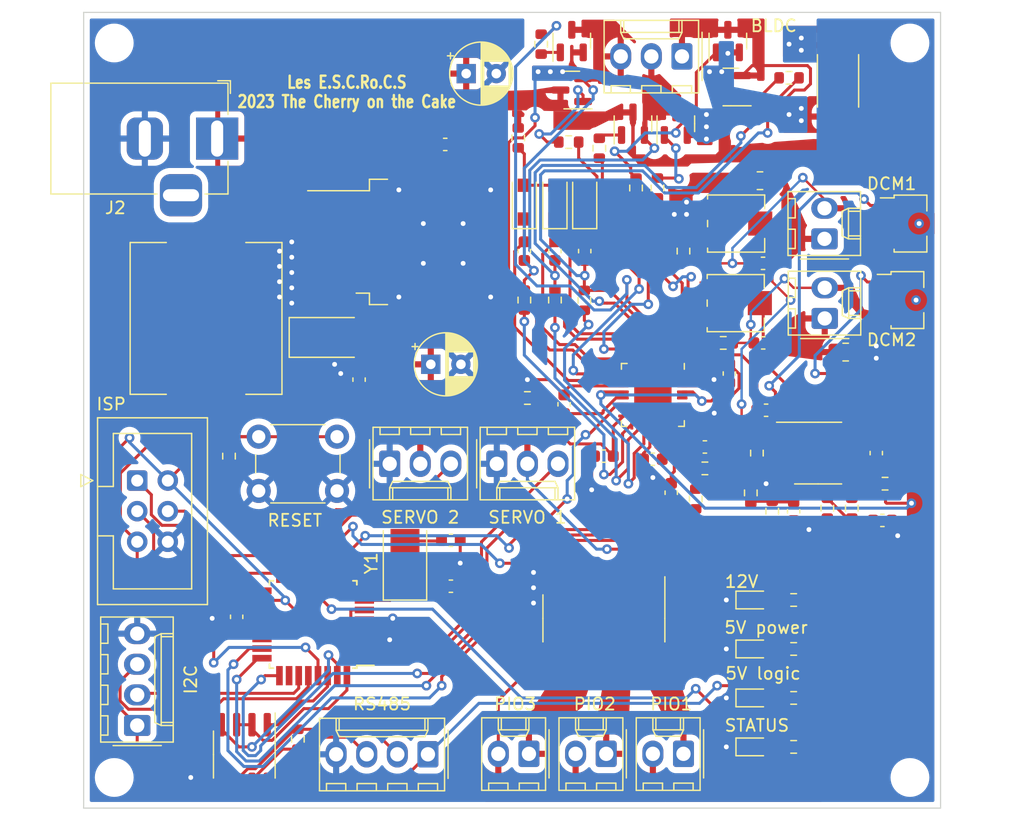
<source format=kicad_pcb>
(kicad_pcb (version 20211014) (generator pcbnew)
  (layers (0 "F.Cu" signal) (31 "B.Cu" signal) (34 "B.Paste" user) (35 "F.Paste" user) (36 "B.SilkS" user "B.Silkscreen") (37 "F.SilkS" user "F.Silkscreen") (38 "B.Mask" user) (39 "F.Mask" user) (44 "Edge.Cuts" user))
  (net 0 "")
  (net 1 "/XTAL1")
  (net 2 "GND")
  (net 3 "+5V")
  (net 4 "/XTAL2")
  (net 5 "+12V")
  (net 6 "+5VP")
  (net 7 "Net-(C8-Pad1)")
  (net 8 "Net-(C9-Pad1)")
  (net 9 "Net-(C9-Pad2)")
  (net 10 "/Tunable DC Motor 1/M+")
  (net 11 "/Tunable DC Motor 1/M-")
  (net 12 "Net-(C11-Pad1)")
  (net 13 "Net-(C12-Pad1)")
  (net 14 "Net-(C12-Pad2)")
  (net 15 "/Tunable DC Motor 2/M+")
  (net 16 "/Tunable DC Motor 2/M-")
  (net 17 "Net-(C14-Pad1)")
  (net 18 "Net-(C15-Pad1)")
  (net 19 "Net-(C16-Pad1)")
  (net 20 "Net-(C17-Pad1)")
  (net 21 "Net-(C17-Pad2)")
  (net 22 "Net-(C19-Pad2)")
  (net 23 "Net-(C20-Pad1)")
  (net 24 "/BLDC driver/UO")
  (net 25 "Net-(C21-Pad1)")
  (net 26 "/BLDC driver/VO")
  (net 27 "Net-(C22-Pad1)")
  (net 28 "/BLDC driver/WO")
  (net 29 "Net-(D1-Pad1)")
  (net 30 "Net-(D2-Pad2)")
  (net 31 "Net-(D3-Pad2)")
  (net 32 "Net-(D4-Pad2)")
  (net 33 "Net-(D5-Pad2)")
  (net 34 "Net-(D6-Pad2)")
  (net 35 "/I2C_SDA")
  (net 36 "/I2C_SCL")
  (net 37 "/SPI_MISO")
  (net 38 "/SPI_SCK")
  (net 39 "/SPI_MOSI")
  (net 40 "/RST")
  (net 41 "Net-(J4-Pad2)")
  (net 42 "Net-(J4-Pad3)")
  (net 43 "/SERVO1")
  (net 44 "/SERVO2")
  (net 45 "Net-(J10-Pad1)")
  (net 46 "Net-(J11-Pad1)")
  (net 47 "Net-(J12-Pad1)")
  (net 48 "/STATUS")
  (net 49 "/DCM1_PWM")
  (net 50 "Net-(R8-Pad2)")
  (net 51 "Net-(R10-Pad2)")
  (net 52 "/DCM2_PWM")
  (net 53 "Net-(R13-Pad2)")
  (net 54 "Net-(R15-Pad2)")
  (net 55 "/BLDC_PWM")
  (net 56 "Net-(Q3-Pad1)")
  (net 57 "Net-(Q4-Pad1)")
  (net 58 "Net-(Q4-Pad2)")
  (net 59 "Net-(Q5-Pad1)")
  (net 60 "Net-(Q6-Pad1)")
  (net 61 "Net-(Q7-Pad1)")
  (net 62 "Net-(Q8-Pad1)")
  (net 63 "Net-(R21-Pad1)")
  (net 64 "Net-(R22-Pad1)")
  (net 65 "Net-(R23-Pad1)")
  (net 66 "Net-(R24-Pad1)")
  (net 67 "Net-(R25-Pad1)")
  (net 68 "/BLDC driver/ZCU")
  (net 69 "/BLDC driver/ZCV")
  (net 70 "/BLDC driver/ZCW")
  (net 71 "/BLDC_FW")
  (net 76 "/HPIO1")
  (net 77 "/HPIO2")
  (net 78 "/HPIO3")
  (net 80 "/UART_RXD")
  (net 81 "/UART_TXD")
  (net 82 "/RS485_TXE")
  (net 89 "Net-(R26-Pad1)")
  (footprint "Capacitor_SMD:C_0603_1608Metric" (layer "F.Cu") (at 166.751 82.2)
    (fp_text reference "C10" hide)
    (fp_text value "22n")
  )
  (footprint "Resistor_SMD:R_0603_1608Metric" (layer "F.Cu") (at 161.163 101.758 -90)
    (fp_text reference "R17" hide)
    (fp_text value "10k")
  )
  (footprint "Connector_Molex:Molex_KK-254_AE-6410-02A_1x02_P2.54mm_Vertical" (layer "F.Cu") (at 160.147 122.909 180)
    (fp_text reference "PIO1")
    (fp_text value "HPIO 1")
  )
  (footprint "Connector_BarrelJack:BarrelJack_Horizontal" (layer "F.Cu") (at 121.443 71.8445)
    (fp_text reference "J2")
    (fp_text value "Barrel_Jack")
  )
  (footprint "Resistor_SMD:R_0603_1608Metric" (layer "F.Cu") (at 161.925 99.218)
    (fp_text reference "R18" hide)
    (fp_text value "100k")
  )
  (footprint "Diode_SMD:D_SOD-123F" (layer "F.Cu") (at 146.939 77.12 90)
    (fp_text reference "D6" hide)
    (fp_text value "D")
  )
  (footprint "Package_TO_SOT_SMD:SOT-89-3" (layer "F.Cu") (at 178.435 85.248)
    (fp_text reference "Q2" hide)
    (fp_text value "C9634")
  )
  (footprint "Resistor_SMD:R_0805_2012Metric" (layer "F.Cu") (at 166.497 75.342 180)
    (fp_text reference "R11" hide)
    (fp_text value "1R")
  )
  (footprint "Resistor_SMD:R_0603_1608Metric" (layer "F.Cu") (at 167.513 102.774 90)
    (fp_text reference "R7" hide)
    (fp_text value "10k")
  )
  (footprint "Capacitor_SMD:C_0603_1608Metric" (layer "F.Cu") (at 151.951 81.184 -90)
    (fp_text reference "C22" hide)
    (fp_text value "100n")
  )
  (footprint "Capacitor_SMD:C_0603_1608Metric" (layer "F.Cu") (at 140.843 108.997)
    (fp_text reference "C1" hide)
    (fp_text value "22p")
  )
  (footprint "Resistor_SMD:R_0603_1608Metric" (layer "F.Cu") (at 172.085 102.52 90)
    (fp_text reference "R12" hide)
    (fp_text value "10k")
  )
  (footprint "Package_DFN_QFN:QFN-32-1EP_5x5mm_P0.5mm_EP3.1x3.1mm" (layer "F.Cu") (at 157.607 93.122 -90)
    (fp_text reference "U6" hide)
    (fp_text value "PT2522")
  )
  (footprint "Capacitor_SMD:C_0603_1608Metric" (layer "F.Cu") (at 163.957 91.344 90)
    (fp_text reference "C18" hide)
    (fp_text value "100n")
  )
  (footprint "MountingHole:MountingHole_2.2mm_M2" (layer "F.Cu") (at 178.943 63.912)
    (fp_text reference "REF**" hide)
    (fp_text value "MountingHole_2.2mm_M2")
  )
  (footprint "Connector_Molex:Molex_KK-254_AE-6410-02A_1x02_P2.54mm_Vertical" (layer "F.Cu") (at 153.735 122.909 180)
    (fp_text reference "PIO2")
    (fp_text value "HPIO 2")
  )
  (footprint "Resistor_SMD:R_2512_6332Metric" (layer "F.Cu") (at 172.974 67.056 90)
    (fp_text reference "R27" hide)
    (fp_text value "60mR")
  )
  (footprint "Resistor_SMD:R_0603_1608Metric" (layer "F.Cu") (at 153.162 72.644 90)
    (fp_text reference "R22" hide)
    (fp_text value "47R")
  )
  (footprint "Package_TO_SOT_SMD:SOT-23" (layer "F.Cu") (at 150.876 67.818 180)
    (fp_text reference "Q3" hide)
    (fp_text value "AO3400A")
  )
  (footprint "Resistor_SMD:R_0603_1608Metric" (layer "F.Cu") (at 174.117 102.52 90)
    (fp_text reference "R13" hide)
    (fp_text value "10k")
  )
  (footprint "Button_Switch_THT:SW_PUSH_6mm" (layer "F.Cu") (at 124.893 96.587)
    (fp_text reference "RESET")
    (fp_text value "RESET")
  )
  (footprint "Connector_Molex:Molex_KK-254_AE-6410-02A_1x02_P2.54mm_Vertical" (layer "F.Cu") (at 171.871 86.772 90)
    (fp_text reference "DCM2")
    (fp_text value "DC Motor 2")
  )
  (footprint "Diode_SMD:D_SMA" (layer "F.Cu") (at 130.82332 88.34838)
    (fp_text reference "D1" hide)
    (fp_text value "SS54")
  )
  (footprint "Capacitor_SMD:C_0603_1608Metric" (layer "F.Cu") (at 149.479 81.184 -90)
    (fp_text reference "C21" hide)
    (fp_text value "100n")
  )
  (footprint "Capacitor_SMD:C_0603_1608Metric" (layer "F.Cu") (at 133.223 91.852 90)
    (fp_text reference "C7" hide)
    (fp_text value "100n")
  )
  (footprint "Capacitor_SMD:C_0603_1608Metric" (layer "F.Cu") (at 166.764 88.804)
    (fp_text reference "C13" hide)
    (fp_text value "22n")
  )
  (footprint "Resistor_SMD:R_0603_1608Metric" (layer "F.Cu") (at 146.431 71.786 -90)
    (fp_text reference "R20" hide)
    (fp_text value "10R")
  )
  (footprint "LED_SMD:LED_0603_1608Metric" (layer "F.Cu") (at 165.989 114.204)
    (fp_text reference "5V power")
    (fp_text value "LED")
  )
  (footprint "Resistor_SMD:R_0603_1608Metric" (layer "F.Cu") (at 163.449 88.804 180)
    (fp_text reference "R15" hide)
    (fp_text value "10k")
  )
  (footprint "Package_SO:SOIC-8_3.9x4.9mm_P1.27mm" (layer "F.Cu") (at 123.698 122.967 -90)
    (fp_text reference "U3" hide)
    (fp_text value "MAX485E")
  )
  (footprint "Resistor_SMD:R_0603_1608Metric" (layer "F.Cu") (at 169.291 114.204 180)
    (fp_text reference "R2" hide)
    (fp_text value "100R")
  )
  (footprint "Capacitor_SMD:C_0603_1608Metric" (layer "F.Cu") (at 159.131 101.237 -90)
    (fp_text reference "C15" hide)
    (fp_text value "100p")
  )
  (footprint "Resistor_SMD:R_0603_1608Metric" (layer "F.Cu") (at 157.988 75.946 90)
    (fp_text reference "R23" hide)
    (fp_text value "47R")
  )
  (footprint "Connector_Molex:Molex_KK-254_AE-6410-03A_1x03_P2.54mm_Vertical" (layer "F.Cu") (at 135.763 98.837)
    (fp_text reference "SERVO 2")
    (fp_text value "Servo 2")
  )
  (footprint "Capacitor_SMD:C_0603_1608Metric" (layer "F.Cu") (at 176.657 103.536)
    (fp_text reference "C11" hide)
    (fp_text value "100n")
  )
  (footprint "MountingHole:MountingHole_2.2mm_M2" (layer "F.Cu") (at 178.943 124.872)
    (fp_text reference "REF**" hide)
    (fp_text value "MountingHole_2.2mm_M2")
  )
  (footprint "Resistor_SMD:R_0805_2012Metric" (layer "F.Cu") (at 173.609 89.566)
    (fp_text reference "R16" hide)
    (fp_text value "1R")
  )
  (footprint "Resistor_SMD:R_0603_1608Metric" (layer "F.Cu") (at 169.291 110.14 180)
    (fp_text reference "R1" hide)
    (fp_text value "470R")
  )
  (footprint "LED_SMD:LED_0603_1608Metric" (layer "F.Cu") (at 165.989 118.268)
    (fp_text reference "5V logic")
    (fp_text value "LED")
  )
  (footprint "Resistor_SMD:R_0603_1608Metric" (layer "F.Cu") (at 150.622 72.136 180)
    (fp_text reference "R21" hide)
    (fp_text value "47R")
  )
  (footprint "Capacitor_SMD:C_0603_1608Metric" (layer "F.Cu") (at 150.241 93.897 -90)
    (fp_text reference "C19" hide)
    (fp_text value "100n")
  )
  (footprint "Resistor_SMD:R_0603_1608Metric" (layer "F.Cu") (at 169.291 118.268 180)
    (fp_text reference "R4" hide)
    (fp_text value "100R")
  )
  (footprint "Capacitor_SMD:C_0603_1608Metric" (layer "F.Cu") (at 123.063 111.537 -90)
    (fp_text reference "C2" hide)
    (fp_text value "100n")
  )
  (footprint "Capacitor_SMD:C_0603_1608Metric" (layer "F.Cu") (at 140.843 105.187)
    (fp_text reference "C3" hide)
    (fp_text value "22p")
  )
  (footprint "Potentiometer_SMD:Potentiometer_Bourns_3314J_Vertical" (layer "F.Cu") (at 164.517 78.898 90)
    (fp_text reference "RV1" hide)
    (fp_text value "1k")
  )
  (footprint "Capacitor_THT:CP_Radial_D5.0mm_P2.50mm" (layer "F.Cu") (at 139.174776 90.582)
    (fp_text reference "C6" hide)
    (fp_text value "10u")
  )
  (footprint "Capacitor_THT:CP_Radial_D5.0mm_P2.50mm" (layer "F.Cu") (at 142.113 66.452)
    (fp_text reference "C4" hide)
    (fp_text value "47u")
  )
  (footprint "Package_SO:SOIC-8_3.9x4.9mm_P1.27mm" (layer "F.Cu") (at 171.323 97.948)
    (fp_text reference "U4" hide)
    (fp_text value "LM2904")
  )
  (footprint "Resistor_SMD:R_0603_1608Metric" (layer "F.Cu") (at 160.147 81.184 90)
    (fp_text reference "R10" hide)
    (fp_text value "10k")
  )
  (footprint "Connector_IDC:IDC-Header_2x03_P2.54mm_Vertical" (layer "F.Cu") (at 114.808 100.229)
    (fp_text reference "ISP")
    (fp_text value "AVR-ISP-6")
  )
  (footprint "Resistor_SMD:R_0603_1608Metric" (layer "F.Cu") (at 165.735 101.25 90)
    (fp_text reference "R8" hide)
    (fp_text value "10k")
  )
  (footprint "Potentiometer_SMD:Potentiometer_Bourns_3314J_Vertical" (layer "F.Cu") (at 164.485 85.502 90)
    (fp_text reference "RV2" hide)
    (fp_text value "1k")
  )
  (footprint "Resistor_SMD:R_0603_1608Metric" (layer "F.Cu") (at 166.243 97.948 90)
    (fp_text reference "R9" hide)
    (fp_text value "10k")
  )
  (footprint "Resistor_SMD:R_0603_1608Metric" (layer "F.Cu") (at 176.879 100.488)
    (fp_text reference "R14" hide)
    (fp_text value "10k")
  )
  (footprint "Inductor_SMD:L_12x12mm_H6mm" (layer "F.Cu") (at 120.523 86.772 -90)
    (fp_text reference "L2" hide)
    (fp_text value "100u")
  )
  (footprint "Resistor_SMD:R_0603_1608Metric" (layer "F.Cu") (at 122.428 98.202 90)
    (fp_text reference "R6" hide)
    (fp_text value "10k")
  )
  (footprint "Crystal:Crystal_SMD_5032-2Pin_5.0x3.2mm" (layer "F.Cu") (at 137.033 107.092 90)
    (fp_text reference "Y1")
    (fp_text value "Crystal")
  )
  (footprint "Package_TO_SOT_SMD:SOT-23" (layer "F.Cu") (at 150.876 63.754 90)
    (fp_text reference "Q4" hide)
    (fp_text value "AO3400A")
  )
  (footprint "Package_TO_SOT_SMD:TO-263-5_TabPin3" (layer "F.Cu") (at 137.033 80.422)
    (fp_text reference "U1" hide)
    (fp_text value "LM2576HVS-5")
  )
  (footprint "Connector_Molex:Molex_KK-254_AE-6410-03A_1x03_P2.54mm_Vertical" (layer "F.Cu") (at 144.653 98.837)
    (fp_text reference "SERVO 1")
    (fp_text value "Servo 1")
  )
  (footprint "Resistor_SMD:R_0603_1608Metric" (layer "F.Cu") (at 151.9202 85.2734 -90)
    (fp_text reference "R30" hide)
    (fp_text value "33k")
  )
  (footprint "Connector_Molex:Molex_KK-254_AE-6410-04A_1x04_P2.54mm_Vertical" (layer "F.Cu") (at 138.938 122.947 180)
    (fp_text reference "RS485")
    (fp_text value "RS485")
  )
  (footprint "Capacitor_SMD:C_0603_1608Metric" (layer "F.Cu") (at 153.543 98.202 180)
    (fp_text reference "C16" hide)
    (fp_text value "100n")
  )
  (footprint "Connector_Molex:Molex_KK-254_AE-6410-03A_1x03_P2.54mm_Vertical" (layer "F.Cu") (at 160.02 65.024 180)
    (fp_text reference "BLDC")
    (fp_text value "BLDC")
  )
  (footprint "Resistor_SMD:R_0603_1608Metric" (layer "F.Cu") (at 168.91 66.802 180)
    (fp_text reference "R24" hide)
    (fp_text value "47R")
  )
  (footprint "Package_SO:SOIC-16_3.9x9.9mm_P1.27mm" (layer "F.Cu") (at 153.543 111.664 -90)
    (fp_text reference "U5" hide)
    (fp_text value "ULN2003")
  )
  (footprint "Capacitor_SMD:C_0603_1608Metric" (layer "F.Cu") (at 140.373 72.332)
    (fp_text reference "C5" hide)
    (fp_text value "100n")
  )
  (footprint "Capacitor_SMD:C_0603_1608Metric" (layer "F.Cu") (at 146.939 81.184 -90)
    (fp_text reference "C20" hide)
    (fp_text value "100n")
  )
  (footprint "Resistor_SMD:R_0603_1608Metric" (layer "F.Cu") (at 156.21 75.946 90)
    (fp_text reference "R25" hide)
    (fp_text value "47R")
  )
  (footprint "Resistor_SMD:R_0603_1608Metric" (layer "F.Cu") (at 169.291 122.332 180)
    (fp_text reference "R5" hide)
    (fp_text value "100R")
  )
  (footprint "Resistor_SMD:R_0603_1608Metric" (layer "F.Cu") (at 128.143 121.697 90)
    (fp_text reference "R3" hide)
    (fp_text value "120R")
  )
  (footprint "Resistor_SMD:R_0603_1608Metric" (layer "F.Cu") (at 148.336 64.008 -90)
    (fp_text reference "R26" hide)
    (fp_text value "47R")
  )
  (footprint "LED_SMD:LED_0603_1608Metric" (layer "F.Cu") (at 165.989 110.14)
    (fp_text reference "12V")
    (fp_text value "LED")
  )
  (footprint "Package_TO_SOT_SMD:SOT-89-3" (layer "F.Cu") (at 178.689 78.898)
    (fp_text reference "Q1" hide)
    (fp_text value "C9634")
  )
  (footprint "Package_TO_SOT_SMD:SOT-23" (layer "F.Cu") (at 164.084 67.564 180)
    (fp_text reference "Q7" hide)
    (fp_text value "AO3400A")
  )
  (footprint "Connector_Molex:Molex_KK-254_AE-6410-02A_1x02_P2.54mm_Vertical" (layer "F.Cu") (at 171.851 80.168 90)
    (fp_text reference "DCM1")
    (fp_text value "DC Motor 1")
  )
  (footprint "MountingHole:MountingHole_2.2mm_M2" (layer "F.Cu") (at 112.903 124.872)
    (fp_text reference "REF**" hide)
    (fp_text value "MountingHole_2.2mm_M2")
  )
  (footprint "Connector_Molex:Molex_KK-254_AE-6410-04A_1x04_P2.54mm_Vertical" (layer "F.Cu") (at 114.808 120.554 90)
    (fp_text reference "I2C")
    (fp_text value "I2C")
  )
  (footprint "Resistor_SMD:R_0603_1608Metric" (layer "F.Cu") (at 146.939 85.248 -90)
    (fp_text reference "R28" hide)
    (fp_text value "33k")
  )
  (footprint "Resistor_SMD:R_0603_1608Metric" (layer "F.Cu") (at 147.193 93.376)
    (fp_text reference "R19" hide)
    (fp_text value "10k")
  )
  (footprint "Connector_Molex:Molex_KK-254_AE-6410-02A_1x02_P2.54mm_Vertical" (layer "F.Cu") (at 147.32 122.909 180)
    (fp_text reference "PIO3")
    (fp_text value "HPIO 3")
  )
  (footprint "Capacitor_SMD:C_0603_1608Metric" (layer "F.Cu") (at 161.925 97.44)
    (fp_text reference "C14" hide)
    (fp_text value "100n")
  )
  (footprint "Capacitor_SMD:C_0603_1608Metric" (layer "F.Cu") (at 157.607 98.456)
    (fp_text reference "C17" hide)
    (fp_text value "100p")
  )
  (footprint "Package_QFP:TQFP-32_7x7mm_P0.8mm" (layer "F.Cu") (at 129.413 112.172 180)
    (fp_text reference "U2" hide)
    (fp_text value "ATmega328P-A")
  )
  (footprint "Capacitor_SMD:C_0603_1608Metric" (layer "F.Cu") (at 169.291 102.774 -90)
    (fp_text reference "C8" hide)
    (fp_text value "100n")
  )
  (footprint "Package_TO_SOT_SMD:SOT-23" (layer "F.Cu") (at 159.512 70.612 90)
    (fp_text reference "Q6" hide)
    (fp_text value "AO3400A")
  )
  (footprint "Resistor_SMD:R_0603_1608Metric" (layer "F.Cu") (at 149.479 85.248 -90)
    (fp_text reference "R29" hide)
    (fp_text value "33k")
  )
  (footprint "LED_SMD:LED_0603_1608Metric" (layer "F.Cu") (at 165.989 122.332)
    (fp_text reference "STATUS")
    (fp_text value "LED")
  )
  (footprint "Diode_SMD:D_SOD-123F" (layer "F.Cu") (at 149.479 77.12 90)
    (fp_text reference "D7" hide)
    (fp_text value "D")
  )
  (footprint "Package_TO_SOT_SMD:SOT-23" (layer "F.Cu") (at 163.83 63.754 90)
    (fp_text reference "Q8" hide)
    (fp_text value "AO3400A")
  )
  (footprint "Package_TO_SOT_SMD:SOT-23" (layer "F.Cu") (at 155.956 70.612 90)
    (fp_text reference "Q5" hide)
    (fp_text value "AO3400A")
  )
  (footprint "MountingHole:MountingHole_2.2mm_M2" (layer "F.Cu") (at 112.903 63.912)
    (fp_text reference "REF**" hide)
    (fp_text value "MountingHole_2.2mm_M2")
  )
  (footprint "Diode_SMD:D_SOD-123F" (layer "F.Cu") (at 151.951 77.12 90)
    (fp_text reference "D8" hide)
    (fp_text value "D")
  )
  (footprint "Capacitor_SMD:C_0603_1608Metric" (layer "F.Cu") (at 176.149 97.948 -90)
    (fp_text reference "C12" hide)
    (fp_text value "22n")
  )
  (footprint "Capacitor_SMD:C_0603_1608Metric" (layer "F.Cu") (at 167.005 94.392 180)
    (fp_text reference "C9" hide)
    (fp_text value "22n")
  )
  (gr_line (start 110.363 99.472) (end 110.363 127.412) (layer "Edge.Cuts") (width 0.1))
  (gr_line (start 110.363 61.372) (end 181.483 61.372) (layer "Edge.Cuts") (width 0.1))
  (gr_line (start 110.363 127.412) (end 181.483 127.412) (layer "Edge.Cuts") (width 0.1))
  (gr_line (start 181.483 61.372) (end 181.483 127.412) (layer "Edge.Cuts") (width 0.1))
  (gr_line (start 110.363 61.372) (end 110.363 99.472) (layer "Edge.Cuts") (width 0.1))
  (gr_text "Les E.S.C.Ro.C.S\n2023 The Cherry on the Cake" (at 132.207 67.976) (layer "F.SilkS") (effects (font (size 1 0.8) (thickness 0.2))))
  (segment (start 140.068 108.997) (end 140.013 108.942) (width 0.25) (layer "F.Cu") (net 1))
  (segment (start 140.013 108.942) (end 137.033 108.942) (width 0.25) (layer "F.Cu") (net 1))
  (segment (start 135.803 110.172) (end 133.663 110.172) (width 0.25) (layer "F.Cu") (net 1))
  (segment (start 137.033 108.942) (end 135.803 110.172) (width 0.25) (layer "F.Cu") (net 1))
  (segment (start 177.432 103.536) (end 177.432 104.311) (width 0.25) (layer "F.Cu") (net 2))
  (segment (start 169.291 103.549) (end 169.812 103.549) (width 0.25) (layer "F.Cu") (net 2))
  (segment (start 155.1695 92.372) (end 150.724 92.372) (width 0.25) (layer "F.Cu") (net 2))
  (segment (start 177.432 104.311) (end 177.927 104.806) (width 0.25) (layer "F.Cu") (net 2))
  (segment (start 160.0445 92.372) (end 162.154 92.372) (width 0.25) (layer "F.Cu") (net 2))
  (segment (start 165.2015 122.332) (end 163.703 122.332) (width 0.25) (layer "F.Cu") (net 2))
  (segment (start 135.909 111.772) (end 136.017 111.664) (width 0.25) (layer "F.Cu") (net 2))
  (segment (start 119.823 125.442) (end 119.253 124.872) (width 0.25) (layer "F.Cu") (net 2))
  (segment (start 162.928 90.569) (end 163.957 90.569) (width 0.25) (layer "F.Cu") (net 2))
  (segment (start 160.789 77.748) (end 160.401 78.136) (width 0.25) (layer "F.Cu") (net 2))
  (segment (start 162.7 97.44) (end 162.7 94.633) (width 0.25) (layer "F.Cu") (net 2))
  (segment (start 135.763 113.442) (end 135.693 113.372) (width 0.25) (layer "F.Cu") (net 2))
  (segment (start 152.527 98.443) (end 152.768 98.202) (width 0.25) (layer "F.Cu") (net 2))
  (segment (start 121.679 112.312) (end 121.031 111.664) (width 0.25) (layer "F.Cu") (net 2))
  (segment (start 133.663 113.372) (end 135.693 113.372) (width 0.25) (layer "F.Cu") (net 2))
  (segment (start 165.2015 118.268) (end 163.703 118.268) (width 0.25) (layer "F.Cu") (net 2))
  (segment (start 164.757 91.369) (end 163.957 90.569) (width 0.25) (layer "F.Cu") (net 2))
  (segment (start 161.16 85.677) (end 161.16 88.801) (width 0.25) (layer "F.Cu") (net 2))
  (segment (start 168.848 99.853) (end 167.64 99.853) (width 0.25) (layer "F.Cu") (net 2))
  (segment (start 162.154 92.372) (end 162.6805 91.8455) (width 0.25) (layer "F.Cu") (net 2))
  (segment (start 150.724 92.372) (end 150.228 92.868) (width 0.25) (layer "F.Cu") (net 2))
  (segment (start 165.2015 110.14) (end 163.703 110.14) (width 0.25) (layer "F.Cu") (net 2))
  (segment (start 148.971 91.852) (end 147.193 91.852) (width 0.25) (layer "F.Cu") (net 2))
  (segment (start 162.517 77.748) (end 160.789 77.748) (width 0.25) (layer "F.Cu") (net 2))
  (segment (start 125.163 112.572) (end 123.323 112.572) (width 0.25) (layer "F.Cu") (net 2))
  (segment (start 167.64 99.853) (end 167.005 100.488) (width 0.25) (layer "F.Cu") (net 2))
  (segment (start 162.6805 91.8455) (end 163.957 90.569) (width 0.25) (layer "F.Cu") (net 2))
  (segment (start 162.75 97.49) (end 162.7 97.44) (width 0.25) (layer "F.Cu") (net 2))
  (segment (start 169.812 103.549) (end 170.561 104.298) (width 0.25) (layer "F.Cu") (net 2))
  (segment (start 162.485 84.352) (end 161.16 85.677) (width 0.25) (layer "F.Cu") (net 2))
  (segment (start 152.527 100.996) (end 152.527 98.443) (width 0.25) (layer "F.Cu") (net 2))
  (segment (start 140.408 73.072) (end 140.408 80.422) (width 0.25) (layer "F.Cu") (net 2))
  (segment (start 141.618 108.997) (end 141.618 107.079) (width 0.25) (layer "F.Cu") (net 2))
  (segment (start 157.607 100.488) (end 157.607 99.98) (width 0.25) (layer "F.Cu") (net 2))
  (segment (start 133.663 111.772) (end 135.909 111.772) (width 0.25) (layer "F.Cu") (net 2))
  (segment (start 141.618 107.079) (end 141.618 105.187) (width 0.25) (layer "F.Cu") (net 2))
  (segment (start 161.16 88.801) (end 162.928 90.569) (width 0.25) (layer "F.Cu") (net 2))
  (segment (start 159.131 102.012) (end 157.607 100.488) (width 0.25) (layer "F.Cu") (net 2))
  (segment (start 150.241 93.122) (end 148.971 91.852) (width 0.25) (layer "F.Cu") (net 2))
  (segment (start 123.323 112.572) (end 123.063 112.312) (width 0.25) (layer "F.Cu") (net 2))
  (segment (start 164.757 92.576) (end 164.757 91.369) (width 0.25) (layer "F.Cu") (net 2))
  (segment (start 165.2015 114.204) (end 163.703 114.204) (width 0.25) (layer "F.Cu") (net 2))
  (segment (start 123.063 112.312) (end 121.679 112.312) (width 0.25) (layer "F.Cu") (net 2))
  (segment (start 121.793 125.442) (end 119.823 125.442) (width 0.25) (layer "F.Cu") (net 2))
  (segment (start 162.7 94.633) (end 164.757 92.576) (width 0.25) (layer "F.Cu") (net 2))
  (segment (start 141.148 72.332) (end 140.408 73.072) (width 0.25) (layer "F.Cu") (net 2))
  (segment (start 162.75 99.218) (end 162.75 97.49) (width 0.25) (layer "F.Cu") (net 2))
  (via (at 135.763 113.442) (size 0.8) (drill 0.4) (layers "F.Cu" "B.Cu") (net 2))
  (via (at 157.607 99.98) (size 0.8) (drill 0.4) (layers "F.Cu" "B.Cu") (net 2))
  (via (at 141.859 78.898) (size 0.8) (drill 0.4) (layers "F.Cu" "B.Cu") (net 2))
  (via (at 126.619 82.454) (size 0.8) (drill 0.4) (layers "F.Cu" "B.Cu") (net 2))
  (via (at 160.401 77.12) (size 0.8) (drill 0.4) (layers "F.Cu" "B.Cu") (net 2))
  (via (at 147.701 109.124) (size 0.8) (drill 0.4) (layers "F.Cu" "B.Cu") (net 2))
  (via (at 126.619 83.724) (size 0.8) (drill 0.4) (layers "F.Cu" "B.Cu") (net 2))
  (via (at 141.618 107.079) (size 0.8) (drill 0.4) (layers "F.Cu" "B.Cu") (net 2))
  (via (at 169.926 64.516) (size 0.8) (drill 0.4) (layers "F.Cu" "B.Cu") (net 2))
  (via (at 144.145 76.104) (size 0.8) (drill 0.4) (layers "F.Cu" "B.Cu") (net 2))
  (via (at 138.557 82.2) (size 0.8) (drill 0.4) (layers "F.Cu" "B.Cu") (net 2))
  (via (at 127.635 82.962) (size 0.8) (drill 0.4) (layers "F.Cu" "B.Cu") (net 2))
  (via (at 121.031 111.664) (size 0.8) (drill 0.4) (layers "F.Cu" "B.Cu") (net 2))
  (via (at 127.635 84.232) (size 0.8) (drill 0.4) (layers "F.Cu" "B.Cu") (net 2))
  (via (at 119.253 124.872) (size 0.8) (drill 0.4) (layers "F.Cu" "B.Cu") (net 2))
  (via (at 170.561 104.298) (size 0.8) (drill 0.4) (layers "F.Cu" "B.Cu") (net 2))
  (via (at 141.859 82.2) (size 0.8) (drill 0.4) (layers "F.Cu" "B.Cu") (net 2))
  (via (at 144.145 84.994) (size 0.8) (drill 0.4) (layers "F.Cu" "B.Cu") (net 2))
  (via (at 147.701 110.394) (size 0.8) (drill 0.4) (layers "F.Cu" "B.Cu") (net 2))
  (via (at 168.91 64.008) (size 0.8) (drill 0.4) (layers "F.Cu" "B.Cu") (net 2))
  (via (at 147.701 107.854) (size 0.8) (drill 0.4) (layers "F.Cu" "B.Cu") (net 2))
  (via (at 138.557 78.898) (size 0.8) (drill 0.4) (layers "F.Cu" "B.Cu") (net 2))
  (via (at 126.619 84.994) (size 0.8) (drill 0.4) (layers "F.Cu" "B.Cu") (net 2))
  (via (at 159.385 78.136) (size 0.8) (drill 0.4) (layers "F.Cu" "B.Cu") (net 2))
  (via (at 127.635 80.422) (size 0.8) (drill 0.4) (layers "F.Cu" "B.Cu") (net 2))
  (via (at 167.005 100.488) (size 0.8) (drill 0.4) (layers "F.Cu" "B.Cu") (net 2))
  (via (at 127.635 85.502) (size 0.8) (drill 0.4) (layers "F.Cu" "B.Cu") (net 2))
  (via (at 136.017 111.664) (size 0.8) (drill 0.4) (layers "F.Cu" "B.Cu") (net 2))
  (via (at 127.635 81.692) (size 0.8) (drill 0.4) (layers "F.Cu" "B.Cu") (net 2))
  (via (at 152.527 100.996) (size 0.8) (drill 0.4) (layers "F.Cu" "B.Cu") (net 2))
  (via (at 126.619 81.184) (size 0.8) (drill 0.4) (layers "F.Cu" "B.Cu") (net 2))
  (via (at 136.525 84.994) (size 0.8) (drill 0.4) (layers "F.Cu" "B.Cu") (net 2))
  (via (at 162.6805 91.8455) (size 0.8) (drill 0.4) (layers "F.Cu" "B.Cu") (net 2))
  (via (at 163.703 114.204) (size 0.8) (drill 0.4) (layers "F.Cu" "B.Cu") (net 2))
  (via (at 160.401 78.136) (size 0.8) (drill 0.4) (layers "F.Cu" "B.Cu") (net 2))
  (via (at 163.703 118.268) (size 0.8) (drill 0.4) (layers "F.Cu" "B.Cu") (net 2))
  (via (at 147.193 91.852) (size 0.8) (drill 0.4) (layers "F.Cu" "B.Cu") (net 2))
  (via (at 162.7 94.633) (size 0.8) (drill 0.4) (layers "F.Cu" "B.Cu") (net 2))
  (via (at 176.149 89.058) (size 0.8) (drill 0.4) (layers "F.Cu" "B.Cu") (net 2))
  (via (at 163.703 110.14) (size 0.8) (drill 0.4) (layers "F.Cu" "B.Cu") (net 2))
  (via (at 176.149 90.074) (size 0.8) (drill 0.4) (layers "F.Cu" "B.Cu") (net 2))
  (via (at 169.926 63.5) (size 0.8) (drill 0.4) (layers "F.Cu" "B.Cu") (net 2))
  (via (at 131.699 91.344) (size 0.8) (drill 0.4) (layers "F.Cu" "B.Cu") (net 2))
  (via (at 131.191 90.582) (size 0.8) (drill 0.4) (layers "F.Cu" "B.Cu") (net 2))
  (via (at 177.927 104.806) (size 0.8) (drill 0.4) (layers "F.Cu" "B.Cu") (net 2))
  (via (at 163.703 122.332) (size 0.8) (drill 0.4) (layers "F.Cu" "B.Cu") (net 2))
  (via (at 136.525 76.104) (size 0.8) (drill 0.4) (layers "F.Cu" "B.Cu") (net 2))
  (segment (start 125.603 125.442) (end 125.603 125.818751) (width 0.25) (layer "F.Cu") (net 3))
  (segment (start 132.613 110.972) (end 132.538 111.047) (width 0.25) (layer "F.Cu") (net 3))
  (segment (start 129.349 112.426) (end 131.159 112.426) (width 0.25) (layer "F.Cu") (net 3))
  (segment (start 114.796619 120.554) (end 112.903 118.660381) (width 0.25) (layer "F.Cu") (net 3))
  (segment (start 125.603 125.818751) (end 124.679751 126.742) (width 0.25) (layer "F.Cu") (net 3))
  (segment (start 112.903 118.660381) (end 112.903 97.948) (width 0.25) (layer "F.Cu") (net 3))
  (segment (start 132.538 111.047) (end 132.538 112.497) (width 0.25) (layer "F.Cu") (net 3))
  (segment (start 122.428 99.027) (end 118.55 99.027) (width 0.25) (layer "F.Cu") (net 3))
  (segment (start 114.808 120.554) (end 114.808 122.259893) (width 0.25) (layer "F.Cu") (net 3))
  (segment (start 114.808 122.259893) (end 119.290107 126.742) (width 0.25) (layer "F.Cu") (net 3))
  (segment (start 118.55 99.027) (end 117.348 100.229) (width 0.25) (layer "F.Cu") (net 3))
  (segment (start 131.305 112.572) (end 133.663 112.572) (width 0.25) (layer "F.Cu") (net 3))
  (segment (start 133.663 110.972) (end 132.613 110.972) (width 0.25) (layer "F.Cu") (net 3))
  (segment (start 125.163 110.172) (end 123.653 110.172) (width 0.25) (layer "F.Cu") (net 3))
  (segment (start 123.653 110.172) (end 123.063 110.762) (width 0.25) (layer "F.Cu") (net 3))
  (segment (start 114.808 120.554) (end 114.796619 120.554) (width 0.25) (layer "F.Cu") (net 3))
  (segment (start 125.163 110.172) (end 127.095 110.172) (width 0.25) (layer "F.Cu") (net 3))
  (segment (start 132.613 112.572) (end 133.663 112.572) (width 0.25) (layer "F.Cu") (net 3))
  (segment (start 125.603 125.442) (end 136.443 125.442) (width 0.25) (layer "F.Cu") (net 3))
  (segment (start 169.1 117.252) (end 170.116 118.268) (width 0.25) (layer "F.Cu") (net 3))
  (segment (start 162.941 117.252) (end 169.1 117.252) (width 0.25) (layer "F.Cu") (net 3))
  (segment (start 131.159 112.426) (end 131.305 112.572) (width 0.25) (layer "F.Cu") (net 3))
  (segment (start 112.903 97.948) (end 114.173 96.678) (width 0.25) (layer "F.Cu") (net 3))
  (segment (start 127.095 110.172) (end 129.349 112.426) (width 0.25) (layer "F.Cu") (net 3))
  (segment (start 124.679751 126.742) (end 119.290107 126.742) (width 0.25) (layer "F.Cu") (net 3))
  (segment (start 132.538 112.497) (end 132.613 112.572) (width 0.25) (layer "F.Cu") (net 3))
  (segment (start 136.443 125.442) (end 138.938 122.947) (width 0.25) (layer "F.Cu") (net 3))
  (via (at 127.095 110.172) (size 0.8) (drill 0.4) (layers "F.Cu" "B.Cu") (net 3))
  (via (at 162.941 117.252) (size 0.8) (drill 0.4) (layers "F.Cu" "B.Cu") (net 3))
  (via (at 114.173 96.678) (size 0.8) (drill 0.4) (layers "F.Cu" "B.Cu") (net 3))
  (segment (start 127.095 110.172) (end 127.095 109.976) (width 0.25) (layer "B.Cu") (net 3))
  (segment (start 114.173 97.054) (end 114.173 96.678) (width 0.25) (layer "B.Cu") (net 3))
  (segment (start 143.167 118.718) (end 138.938 122.947) (width 0.25) (layer "B.Cu") (net 3))
  (segment (start 117.348 100.229) (end 114.173 97.054) (width 0.25) (layer "B.Cu") (net 3))
  (segment (start 161.475 118.718) (end 143.167 118.718) (width 0.25) (layer "B.Cu") (net 3))
  (segment (start 127.095 109.976) (end 117.348 100.229) (width 0.25) (layer "B.Cu") (net 3))
  (segment (start 162.941 117.252) (end 161.475 118.718) (width 0.25) (layer "B.Cu") (net 3))
  (segment (start 137.033 105.242) (end 133.663 108.612) (width 0.25) (layer "F.Cu") (net 4))
  (segment (start 140.068 105.187) (end 140.013 105.242) (width 0.25) (layer "F.Cu") (net 4))
  (segment (start 140.013 105.242) (end 137.033 105.242) (width 0.25) (layer "F.Cu") (net 4))
  (segment (start 133.663 108.612) (end 133.663 109.372) (width 0.25) (layer "F.Cu") (net 4))
  (segment (start 155.1695 92.872) (end 153.539 92.872) (width 0.25) (layer "F.Cu") (net 5))
  (segment (start 173.421249 96.043) (end 173.798 96.043) (width 0.25) (layer "F.Cu") (net 5))
  (segment (start 176.626817 97.948) (end 172.786249 97.948) (width 0.25) (layer "F.Cu") (net 5))
  (segment (start 176.911 99.98) (end 177.165 99.726) (width 0.25) (layer "F.Cu") (net 5))
  (segment (start 149.098 114.139) (end 144.78 118.457) (width 0.25) (layer "F.Cu") (net 5))
  (segment (start 177.007 102.108) (end 176.911 102.012) (width 0.25) (layer "F.Cu") (net 5))
  (segment (start 177.165 98.486183) (end 176.626817 97.948) (width 0.25) (layer "F.Cu") (net 5))
  (segment (start 179.07 104.688305) (end 173.618305 110.14) (width 0.25) (layer "F.Cu") (net 5))
  (segment (start 172.498 97.659751) (end 172.498 96.966249) (width 0.25) (layer "F.Cu") (net 5))
  (segment (start 172.498 96.966249) (end 173.421249 96.043) (width 0.25) (layer "F.Cu") (net 5))
  (segment (start 179.07 102.108) (end 179.07 104.688305) (width 0.25) (layer "F.Cu") (net 5))
  (segment (start 172.786249 97.948) (end 172.498 97.659751) (width 0.25) (layer "F.Cu") (net 5))
  (segment (start 161.671 93.63) (end 162.446 93.63) (width 0.25) (layer "F.Cu") (net 5))
  (segment (start 173.618305 110.14) (end 170.116 110.14) (width 0.25) (layer "F.Cu") (net 5))
  (segment (start 177.165 99.726) (end 177.165 98.486183) (width 0.25) (layer "F.Cu") (net 5))
  (segment (start 160.0445 92.872) (end 160.913 92.872) (width 0.25) (layer "F.Cu") (net 5))
  (segment (start 153.539 92.872) (end 153.289 93.122) (width 0.25) (layer "F.Cu") (net 5))
  (segment (start 179.07 102.108) (end 177.007 102.108) (width 0.25) (layer "F.Cu") (net 5))
  (segment (start 176.911 102.012) (end 176.911 99.98) (width 0.25) (layer "F.Cu") (net 5))
  (segment (start 144.78 118.457) (end 144.78 122.909) (width 0.25) (layer "F.Cu") (net 5))
  (segment (start 162.446 93.63) (end 163.957 92.119) (width 0.25) (layer "F.Cu") (net 5))
  (segment (start 160.913 92.872) (end 161.671 93.63) (width 0.25) (layer "F.Cu") (net 5))
  (via (at 161.671 93.63) (size 0.8) (drill 0.4) (layers "F.Cu" "B.Cu") (net 5))
  (via (at 179.07 102.108) (size 0.8) (drill 0.4) (layers "F.Cu" "B.Cu") (net 5))
  (via (at 179.705 78.898) (size 0.8) (drill 0.4) (layers "F.Cu" "B.Cu") (net 5))
  (via (at 153.289 93.122) (size 0.8) (drill 0.4) (layers "F.Cu" "B.Cu") (net 5))
  (via (at 179.451 85.248) (size 0.8) (drill 0.4) (layers "F.Cu" "B.Cu") (net 5))
  (segment (start 161.671 93.63) (end 161.163 93.122) (width 0.25) (layer "B.Cu") (net 5))
  (segment (start 179.07 102.108) (end 178.658 102.52) (width 0.25) (layer "B.Cu") (net 5))
  (segment (start 161.925 102.52) (end 153.289 93.884) (width 0.25) (layer "B.Cu") (net 5))
  (segment (start 153.289 93.884) (end 153.289 93.122) (width 0.25) (layer "B.Cu") (net 5))
  (segment (start 178.658 102.52) (end 161.925 102.52) (width 0.25) (layer "B.Cu") (net 5))
  (segment (start 161.163 93.122) (end 153.289 93.122) (width 0.25) (layer "B.Cu") (net 5))
  (segment (start 158.213979 105.9225) (end 165.695479 113.404) (width 0.25) (layer "F.Cu") (net 6))
  (segment (start 169.316 113.404) (end 170.116 114.204) (width 0.25) (layer "F.Cu") (net 6))
  (segment (start 153.797 105.9225) (end 158.213979 105.9225) (width 0.25) (layer "F.Cu") (net 6))
  (segment (start 165.695479 113.404) (end 169.316 113.404) (width 0.25) (layer "F.Cu") (net 6))
  (via (at 153.797 105.9225) (size 0.8) (drill 0.4) (layers "F.Cu" "B.Cu") (net 6))
  (segment (start 147.193 100.182) (end 147.193 98.837) (width 0.25) (layer "B.Cu") (net 6))
  (segment (start 153.797 105.9225) (end 152.9335 105.9225) (width 0.25) (layer "B.Cu") (net 6))
  (segment (start 152.9335 105.9225) (end 147.193 100.182) (width 0.25) (layer "B.Cu") (net 6))
  (segment (start 169.291 101.999) (end 167.563 101.999) (width 0.25) (layer "F.Cu") (net 7))
  (segment (start 167.513 101.949) (end 165.861 101.949) (width 0.25) (layer "F.Cu") (net 7))
  (segment (start 165.861 101.949) (end 165.735 102.075) (width 0.25) (layer "F.Cu") (net 7))
  (segment (start 167.563 101.999) (end 167.513 101.949) (width 0.25) (layer "F.Cu") (net 7))
  (segment (start 167.78 94.392) (end 167.78 94.975) (width 0.25) (layer "F.Cu") (net 8))
  (segment (start 177.039 77.398) (end 175.665 77.398) (width 0.25) (layer "F.Cu") (net 8))
  (segment (start 175.665 77.398) (end 175.133 76.866) (width 0.25) (layer "F.Cu") (net 8))
  (segment (start 167.78 92.881) (end 167.259 92.36) (width 0.25) (layer "F.Cu") (net 8))
  (segment (start 167.78 94.392) (end 167.78 92.881) (width 0.25) (layer "F.Cu") (net 8))
  (segment (start 167.78 94.975) (end 168.848 96.043) (width 0.25) (layer "F.Cu") (net 8))
  (via (at 175.133 76.866) (size 0.8) (drill 0.4) (layers "F.Cu" "B.Cu") (net 8))
  (via (at 167.259 92.36) (size 0.8) (drill 0.4) (layers "F.Cu" "B.Cu") (net 8))
  (segment (start 171.206015 76.358) (end 174.625 76.358) (width 0.25) (layer "B.Cu") (net 8))
  (segment (start 167.259 92.36) (end 169.762 89.857) (width 0.25) (layer "B.Cu") (net 8))
  (segment (start 169.762 89.857) (end 169.762 77.802015) (width 0.25) (layer "B.Cu") (net 8))
  (segment (start 169.762 77.802015) (end 171.206015 76.358) (width 0.25) (layer "B.Cu") (net 8))
  (segment (start 174.625 76.358) (end 175.133 76.866) (width 0.25) (layer "B.Cu") (net 8))
  (segment (start 165.359 83.978) (end 164.211 85.126) (width 0.25) (layer "F.Cu") (net 9))
  (segment (start 164.211 85.126) (end 164.211 87.649538) (width 0.25) (layer "F.Cu") (net 9))
  (segment (start 163.549 89.296462) (end 164.046538 89.794) (width 0.25) (layer "F.Cu") (net 9))
  (segment (start 166.751 83.216) (end 165.989 83.978) (width 0.25) (layer "F.Cu") (net 9))
  (segment (start 166.517 78.898) (end 166.751 79.132) (width 0.25) (layer "F.Cu") (net 9))
  (segment (start 164.947 89.794) (end 166.243 91.09) (width 0.25) (layer "F.Cu") (net 9))
  (segment (start 165.989 83.978) (end 165.359 83.978) (width 0.25) (layer "F.Cu") (net 9))
  (segment (start 166.243 91.09) (end 166.243 95.084751) (width 0.25) (layer "F.Cu") (net 9))
  (segment (start 164.211 87.649538) (end 163.549 88.311538) (width 0.25) (layer "F.Cu") (net 9))
  (segment (start 168.471249 97.313) (end 168.848 97.313) (width 0.25) (layer "F.Cu") (net 9))
  (segment (start 166.243 95.084751) (end 168.471249 97.313) (width 0.25) (layer "F.Cu") (net 9))
  (segment (start 166.751 79.132) (end 166.751 83.216) (width 0.25) (layer "F.Cu") (net 9))
  (segment (start 164.046538 89.794) (end 164.947 89.794) (width 0.25) (layer "F.Cu") (net 9))
  (segment (start 163.549 88.311538) (end 163.549 89.296462) (width 0.25) (layer "F.Cu") (net 9))
  (segment (start 171.851 77.628) (end 171.851 76.886) (width 0.2) (layer "F.Cu") (net 10))
  (segment (start 165.976 82.2) (end 160.338 82.2) (width 0.2) (layer "F.Cu") (net 10))
  (segment (start 171.851 76.886) (end 170.053 75.088) (width 0.2) (layer "F.Cu") (net 10))
  (segment (start 160.338 82.2) (end 160.147 82.009) (width 0.2) (layer "F.Cu") (net 10))
  (via (at 164.211 82.2) (size 0.8) (drill 0.4) (layers "F.Cu" "B.Cu") (net 10))
  (via (at 170.053 75.088) (size 0.8) (drill 0.4) (layers "F.Cu" "B.Cu") (net 10))
  (segment (start 170.053 75.088) (end 164.211 80.93) (width 0.2) (layer "B.Cu") (net 10))
  (segment (start 164.211 80.93) (end 164.211 82.2) (width 0.2) (layer "B.Cu") (net 10))
  (segment (start 166.243 97.123) (end 166.243 96.424) (width 0.2) (layer "F.Cu") (net 11))
  (segment (start 167.526 83.737) (end 169.037 85.248) (width 0.2) (layer "F.Cu") (net 11))
  (segment (start 166.243 96.424) (end 164.973 95.154) (width 0.2) (layer "F.Cu") (net 11))
  (segment (start 164.973 95.154) (end 164.973 93.884) (width 0.2) (layer "F.Cu") (net 11))
  (segment (start 167.526 82.2) (end 167.526 83.737) (width 0.2) (layer "F.Cu") (net 11))
  (via (at 164.973 93.884) (size 0.8) (drill 0.4) (layers "F.Cu" "B.Cu") (net 11))
  (via (at 169.037 85.248) (size 0.8) (drill 0.4) (layers "F.Cu" "B.Cu") (net 11))
  (segment (start 169.037 85.248) (end 164.973 89.312) (width 0.2) (layer "B.Cu") (net 11))
  (segment (start 164.973 89.312) (end 164.973 93.884) (width 0.2) (layer "B.Cu") (net 11))
  (segment (start 173.735 103.345) (end 172.085 101.695) (width 0.25) (layer "F.Cu") (net 12))
  (segment (start 174.117 103.345) (end 173.735 103.345) (width 0.25) (layer "F.Cu") (net 12))
  (segment (start 174.308 103.536) (end 174.117 103.345) (width 0.25) (layer "F.Cu") (net 12))
  (segment (start 175.882 103.536) (end 174.308 103.536) (width 0.25) (layer "F.Cu") (net 12))
  (segment (start 173.355 91.344) (end 171.069 91.344) (width 0.25) (layer "F.Cu") (net 13))
  (segment (start 176.149 97.173) (end 176.149 94.138) (width 0.25) (layer "F.Cu") (net 13))
  (segment (start 176.009 97.313) (end 176.149 97.173) (width 0.25) (layer "F.Cu") (net 13))
  (segment (start 173.798 97.313) (end 176.009 97.313) (width 0.25) (layer "F.Cu") (net 13))
  (segment (start 175.411 83.748) (end 174.879 83.216) (width 0.25) (layer "F.Cu") (net 13))
  (segment (start 176.149 94.138) (end 173.355 91.344) (width 0.25) (layer "F.Cu") (net 13))
  (segment (start 176.785 83.748) (end 175.411 83.748) (width 0.25) (layer "F.Cu") (net 13))
  (via (at 174.879 83.216) (size 0.8) (drill 0.4) (layers "F.Cu" "B.Cu") (net 13))
  (via (at 171.069 91.344) (size 0.8) (drill 0.4) (layers "F.Cu" "B.Cu") (net 13))
  (segment (start 171.069 89.852173) (end 174.879 86.042173) (width 0.25) (layer "B.Cu") (net 13))
  (segment (start 171.069 91.344) (end 171.069 89.852173) (width 0.25) (layer "B.Cu") (net 13))
  (segment (start 174.879 86.042173) (end 174.879 83.216) (width 0.25) (layer "B.Cu") (net 13))
  (segment (start 171.958 98.583) (end 173.798 98.583) (width 0.25) (layer "F.Cu") (net 14))
  (segment (start 166.764 90.341) (end 170.815 94.392) (width 0.25) (layer "F.Cu") (net 14))
  (segment (start 173.938 98.723) (end 173.798 98.583) (width 0.25) (layer "F.Cu") (net 14))
  (segment (start 166.485 85.502) (end 166.764 85.781) (width 0.25) (layer "F.Cu") (net 14))
  (segment (start 170.815 97.44) (end 171.958 98.583) (width 0.25) (layer "F.Cu") (net 14))
  (segment (start 170.815 94.392) (end 170.815 97.44) (width 0.25) (layer "F.Cu") (net 14))
  (segment (start 176.149 98.723) (end 173.938 98.723) (width 0.25) (layer "F.Cu") (net 14))
  (segment (start 166.764 85.781) (end 166.764 90.341) (width 0.25) (layer "F.Cu") (net 14))
  (segment (start 171.871 84.232) (end 169.291 84.232) (width 0.2) (layer "F.Cu") (net 15))
  (segment (start 169.291 84.232) (end 168.529 83.47) (width 0.2) (layer "F.Cu") (net 15))
  (segment (start 165.989 88.804) (end 164.274 88.804) (width 0.2) (layer "F.Cu") (net 15))
  (segment (start 165.735 87.28) (end 165.735 88.55) (width 0.2) (layer "F.Cu") (net 15))
  (segment (start 165.735 88.55) (end 165.989 88.804) (width 0.2) (layer "F.Cu") (net 15))
  (via (at 165.735 87.28) (size 0.8) (drill 0.4) (layers "F.Cu" "B.Cu") (net 15))
  (via (at 168.529 83.47) (size 0.8) (drill 0.4) (layers "F.Cu" "B.Cu") (net 15))
  (segment (start 165.735 86.264) (end 165.735 87.28) (width 0.2) (layer "B.Cu") (net 15))
  (segment (start 168.529 83.47) (end 165.735 86.264) (width 0.2) (layer "B.Cu") (net 15))
  (segment (start 177.704 100.488) (end 177.704 94.5735) (width 0.2) (layer "F.Cu") (net 16))
  (segment (start 177.704 94.5735) (end 172.6965 89.566) (width 0.2) (layer "F.Cu") (net 16))
  (segment (start 161.1 97.49) (end 161.15 97.44) (width 0.25) (layer "F.Cu") (net 17))
  (segment (start 158.857 96.404) (end 158.857 95.5595) (width 0.25) (layer "F.Cu") (net 17))
  (segment (start 159.893 97.44) (end 158.857 96.404) (width 0.25) (layer "F.Cu") (net 17))
  (segment (start 161.163 99.281) (end 161.1 99.218) (width 0.25) (layer "F.Cu") (net 17))
  (segment (start 161.1 99.218) (end 161.1 97.49) (width 0.25) (layer "F.Cu") (net 17))
  (segment (start 161.163 100.933) (end 161.163 99.281) (width 0.25) (layer "F.Cu") (net 17))
  (segment (start 161.15 97.44) (end 159.893 97.44) (width 0.25) (layer "F.Cu") (net 17))
  (segment (start 159.385 97.948) (end 158.357 96.92) (width 0.25) (layer "F.Cu") (net 18))
  (segment (start 159.385 99.472) (end 159.385 97.948) (width 0.25) (layer "F.Cu") (net 18))
  (segment (start 159.131 100.462) (end 159.131 99.726) (width 0.25) (layer "F.Cu") (net 18))
  (segment (start 159.131 99.726) (end 159.385 99.472) (width 0.25) (layer "F.Cu") (net 18))
  (segment (start 158.357 96.92) (end 158.357 95.5595) (width 0.25) (layer "F.Cu") (net 18))
  (segment (start 148.971 94.329) (end 148.018 93.376) (width 0.25) (layer "F.Cu") (net 19))
  (segment (start 154.318 95.7235) (end 155.1695 94.872) (width 0.25) (layer "F.Cu") (net 19))
  (segment (start 154.318 98.202) (end 154.318 95.7235) (width 0.25) (layer "F.Cu") (net 19))
  (segment (start 154.318 98.202) (end 153.302 97.186) (width 0.25) (layer "F.Cu") (net 19))
  (segment (start 148.971 95.408) (end 148.971 94.329) (width 0.25) (layer "F.Cu") (net 19))
  (segment (start 153.302 97.186) (end 150.749 97.186) (width 0.25) (layer "F.Cu") (net 19))
  (segment (start 150.749 97.186) (end 148.971 95.408) (width 0.25) (layer "F.Cu") (net 19))
  (segment (start 156.832 97.961) (end 157.357 97.436) (width 0.25) (layer "F.Cu") (net 20))
  (segment (start 156.832 98.456) (end 156.832 97.961) (width 0.25) (layer "F.Cu") (net 20))
  (segment (start 157.357 97.436) (end 157.357 95.5595) (width 0.25) (layer "F.Cu") (net 20))
  (segment (start 157.857 97.436) (end 157.857 95.5595) (width 0.25) (layer "F.Cu") (net 21))
  (segment (start 158.382 97.961) (end 157.857 97.436) (width 0.25) (layer "F.Cu") (net 21))
  (segment (start 158.382 98.456) (end 158.382 97.961) (width 0.25) (layer "F.Cu") (net 21))
  (segment (start 155.1695 93.372) (end 154.547596 93.372) (width 0.25) (layer "F.Cu") (net 22))
  (segment (start 153.478802 94.581802) (end 153.388604 94.672) (width 0.25) (layer "F.Cu") (net 22))
  (segment (start 153.478802 94.440794) (end 153.478802 94.581802) (width 0.25) (layer "F.Cu") (net 22))
  (segment (start 154.547596 93.372) (end 153.478802 94.440794) (width 0.25) (layer "F.Cu") (net 22))
  (segment (start 153.388604 94.672) (end 150.241 94.672) (width 0.25) (layer "F.Cu") (net 22))
  (segment (start 150.565 91.922) (end 154.633992 91.922) (width 0.25) (layer "F.Cu") (net 23))
  (segment (start 146.939 80.409) (end 146.939 78.52) (width 0.25) (layer "F.Cu") (net 23))
  (segment (start 146.139 87.496) (end 150.565 91.922) (width 0.25) (layer "F.Cu") (net 23))
  (segment (start 146.139 81.209) (end 146.139 87.496) (width 0.25) (layer "F.Cu") (net 23))
  (segment (start 154.683992 91.872) (end 155.1695 91.872) (width 0.25) (layer "F.Cu") (net 23))
  (segment (start 154.633992 91.922) (end 154.683992 91.872) (width 0.25) (layer "F.Cu") (net 23))
  (segment (start 146.939 80.409) (end 146.139 81.209) (width 0.25) (layer "F.Cu") (net 23))
  (segment (start 146.939 83.6035) (end 147.7385 82.804) (width 0.25) (layer "F.Cu") (net 24))
  (segment (start 147.955 85.439) (end 146.939 84.423) (width 0.25) (layer "F.Cu") (net 24))
  (segment (start 149.051 89.392) (end 147.955 88.296) (width 0.25) (layer "F.Cu") (net 24))
  (segment (start 146.939 82.0045) (end 147.7385 82.804) (width 0.25) (layer "F.Cu") (net 24))
  (segment (start 151.8135 66.868) (end 151.8135 66.9775) (width 0.25) (layer "F.Cu") (net 24))
  (segment (start 151.8135 66.9775) (end 152.654 67.818) (width 0.25) (layer "F.Cu") (net 24))
  (segment (start 146.939 84.423) (end 146.939 83.6035) (width 0.25) (layer "F.Cu") (net 24))
  (segment (start 147.955 88.296) (end 147.955 85.439) (width 0.25) (layer "F.Cu") (net 24))
  (segment (start 150.954604 89.392) (end 149.051 89.392) (width 0.25) (layer "F.Cu") (net 24))
  (segment (start 146.939 81.959) (end 146.939 82.0045) (width 0.25) (layer "F.Cu") (net 24))
  (segment (start 152.247104 90.6845) (end 150.954604 89.392) (width 0.25) (layer "F.Cu") (net 24))
  (segment (start 155.857 90.6845) (end 152.247104 90.6845) (width 0.25) (layer "F.Cu") (net 24))
  (via (at 152.654 67.818) (size 0.8) (drill 0.4) (layers "F.Cu" "B.Cu") (net 24))
  (via (at 147.7385 82.804) (size 0.8) (drill 0.4) (layers "F.Cu" "B.Cu") (net 24))
  (segment (start 146.939 82.0045) (end 146.939 74.292208) (width 0.25) (layer "B.Cu") (net 24))
  (segment (start 152.654 68.58) (end 152.654 67.818) (width 0.25) (layer "B.Cu") (net 24))
  (segment (start 148.061 73.173) (end 152.654 68.58) (width 0.25) (layer "B.Cu") (net 24))
  (segment (start 147.7385 82.804) (end 146.939 82.0045) (width 0.25) (layer "B.Cu") (net 24))
  (segment (start 148.058208 73.173) (end 148.061 73.173) (width 0.25) (layer "B.Cu") (net 24))
  (segment (start 146.939 74.292208) (end 148.058208 73.173) (width 0.25) (layer "B.Cu") (net 24))
  (segment (start 149.861695 88.942) (end 148.463 87.543305) (width 0.25) (layer "F.Cu") (net 25))
  (segment (start 152.331 90.132) (end 151.141 88.942) (width 0.25) (layer "F.Cu") (net 25))
  (segment (start 156.357 90.198992) (end 156.080008 89.922) (width 0.25) (layer "F.Cu") (net 25))
  (segment (start 155.423992 90.132) (end 152.331 90.132) (width 0.25) (layer "F.Cu") (net 25))
  (segment (start 148.463 87.543305) (end 148.463 81.425) (width 0.25) (layer "F.Cu") (net 25))
  (segment (start 156.357 90.6845) (end 156.357 90.198992) (width 0.25) (layer "F.Cu") (net 25))
  (segment (start 149.479 80.409) (end 149.479 78.52) (width 0.25) (layer "F.Cu") (net 25))
  (segment (start 151.141 88.942) (end 149.861695 88.942) (width 0.25) (layer "F.Cu") (net 25))
  (segment (start 148.463 81.425) (end 149.479 80.409) (width 0.25) (layer "F.Cu") (net 25))
  (segment (start 156.080008 89.922) (end 155.633992 89.922) (width 0.25) (layer "F.Cu") (net 25))
  (segment (start 155.633992 89.922) (end 155.423992 90.132) (width 0.25) (layer "F.Cu") (net 25))
  (segment (start 156.906 71.816) (end 157.734 72.644) (width 0.25) (layer "F.Cu") (net 26))
  (segment (start 156.147812 88.492) (end 151.324604 88.492) (width 0.25) (layer "F.Cu") (net 26))
  (segment (start 149.479 81.959) (end 149.479 83.216) (width 0.25) (layer "F.Cu") (net 26))
  (segment (start 156.906 71.5495) (end 156.906 71.816) (width 0.25) (layer "F.Cu") (net 26))
  (segment (start 157.357 89.701188) (end 156.147812 88.492) (width 0.25) (layer "F.Cu") (net 26))
  (segment (start 149.479 84.423) (end 149.479 83.216) (width 0.25) (layer "F.Cu") (net 26))
  (segment (start 151.324604 88.492) (end 150.279 87.446396) (width 0.25) (layer "F.Cu") (net 26))
  (segment (start 157.357 90.6845) (end 157.357 89.701188) (width 0.25) (layer "F.Cu") (net 26))
  (segment (start 150.279 85.223) (end 149.479 84.423) (width 0.25) (layer "F.Cu") (net 26))
  (segment (start 150.279 87.446396) (end 150.279 85.223) (width 0.25) (layer "F.Cu") (net 26))
  (via (at 149.479 83.216) (size 0.8) (drill 0.4) (layers "F.Cu" "B.Cu") (net 26))
  (via (at 157.734 72.644) (size 0.8) (drill 0.4) (layers "F.Cu" "B.Cu") (net 26))
  (segment (start 156.755 73.623) (end 157.734 72.644) (width 0.25) (layer "B.Cu") (net 26))
  (segment (start 148.244604 73.623) (end 156.755 73.623) (width 0.25) (layer "B.Cu") (net 26))
  (segment (start 147.389 81.126) (end 147.389 74.478604) (width 0.25) (layer "B.Cu") (net 26))
  (segment (start 147.389 74.478604) (end 148.244604 73.623) (width 0.25) (layer "B.Cu") (net 26))
  (segment (start 149.479 83.216) (end 147.389 81.126) (width 0.25) (layer "B.Cu") (net 26))
  (segment (start 151.511 88.042) (end 150.729 87.26) (width 0.25) (layer "F.Cu") (net 27))
  (segment (start 156.334208 88.042) (end 151.511 88.042) (width 0.25) (layer "F.Cu") (net 27))
  (segment (start 157.857 90.6845) (end 157.857 89.564792) (width 0.25) (layer "F.Cu") (net 27))
  (segment (start 150.729 81.631) (end 151.951 80.409) (width 0.25) (layer "F.Cu") (net 27))
  (segment (start 157.857 89.564792) (end 156.334208 88.042) (width 0.25) (layer "F.Cu") (net 27))
  (segment (start 151.951 80.409) (end 151.951 78.52) (width 0.25) (layer "F.Cu") (net 27))
  (segment (start 150.729 87.26) (end 150.729 81.631) (width 0.25) (layer "F.Cu") (net 27))
  (segment (start 169.355396 67.818) (end 167.132 70.041396) (width 0.25) (layer "F.Cu") (net 28))
  (segment (start 170.18 67.818) (end 169.355396 67.818) (width 0.25) (layer "F.Cu") (net 28))
  (segment (start 170.688 66.04) (end 170.688 67.31) (width 0.25) (layer "F.Cu") (net 28))
  (segment (start 158.857 89.292) (end 154.0134 84.4484) (width 0.25) (layer "F.Cu") (net 28))
  (segment (start 154.0134 84.4484) (end 151.9202 84.4484) (width 0.25) (layer "F.Cu") (net 28))
  (segment (start 158.857 90.6845) (end 158.857 89.292) (width 0.25) (layer "F.Cu") (net 28))
  (segment (start 151.951 81.959) (end 151.951 83.216) (width 0.25) (layer "F.Cu") (net 28))
  (segment (start 151.9202 84.4484) (end 151.9202 83.2468) (width 0.25) (layer "F.Cu") (net 28))
  (segment (start 151.9202 83.2468) (end 151.951 83.216) (width 0.25) (layer "F.Cu") (net 28))
  (segment (start 165.0215 66.614) (end 165.8495 65.786) (width 0.25) (layer "F.Cu") (net 28))
  (segment (start 170.688 67.31) (end 170.18 67.818) (width 0.25) (layer "F.Cu") (net 28))
  (segment (start 170.434 65.786) (end 170.688 66.04) (width 0.25) (layer "F.Cu") (net 28))
  (segment (start 167.132 70.041396) (end 167.132 71.374) (width 0.25) (layer "F.Cu") (net 28))
  (segment (start 165.8495 65.786) (end 170.434 65.786) (width 0.25) (layer "F.Cu") (net 28))
  (via (at 151.951 83.216) (size 0.8) (drill 0.4) (layers "F.Cu" "B.Cu") (net 28))
  (via (at 167.132 71.374) (size 0.8) (drill 0.4) (layers "F.Cu" "B.Cu") (net 28))
  (segment (start 148.289 74.851396) (end 148.289 80.217) (width 0.25) (layer "B.Cu") (net 28))
  (segment (start 151.288 83.216) (end 151.951 83.216) (width 0.25) (layer "B.Cu") (net 28))
  (segment (start 156.755 74.523) (end 148.617396 74.523) (width 0.25) (layer "B.Cu") (net 28))
  (segment (start 167.132 71.374) (end 166.37 71.374) (width 0.25) (layer "B.Cu") (net 28))
  (segment (start 161.385 76.359) (end 158.591 76.359) (width 0.25) (layer "B.Cu") (net 28))
  (segment (start 158.591 76.359) (end 156.755 74.523) (width 0.25) (layer "B.Cu") (net 28))
  (segment (start 148.289 80.217) (end 151.288 83.216) (width 0.25) (layer "B.Cu") (net 28))
  (segment (start 148.617396 74.523) (end 148.289 74.851396) (width 0.25) (layer "B.Cu") (net 28))
  (segment (start 166.37 71.374) (end 161.385 76.359) (width 0.25) (layer "B.Cu") (net 28))
  (segment (start 168.466 110.14) (end 166.7765 110.14) (width 0.25) (layer "F.Cu") (net 30))
  (segment (start 168.466 114.204) (end 166.7765 114.204) (width 0.25) (layer "F.Cu") (net 31))
  (segment (start 168.466 118.268) (end 166.7765 118.268) (width 0.25) (layer "F.Cu") (net 32))
  (segment (start 168.466 122.332) (end 166.7765 122.332) (width 0.25) (layer "F.Cu") (net 33))
  (segment (start 146.939 75.72) (end 146.939 73.119) (width 0.25) (layer "F.Cu") (net 34))
  (segment (start 146.939 73.119) (end 146.431 72.611) (width 0.25) (layer "F.Cu") (net 34))
  (segment (start 151.951 75.72) (end 149.479 75.72) (width 0.25) (layer "F.Cu") (net 34))
  (segment (start 149.479 75.72) (end 146.939 75.72) (width 0.25) (layer "F.Cu") (net 34))
  (segment (start 127.798 117.887) (end 114.935 117.887) (width 0.25) (layer "F.Cu") (net 35))
  (segment (start 114.935 117.887) (end 114.808 118.014) (width 0.25) (layer "F.Cu") (net 35))
  (segment (start 128.213 116.422) (end 128.213 117.472) (width 0.25) (layer "F.Cu") (net 35))
  (segment (start 128.213 117.472) (end 127.798 117.887) (width 0.25) (layer "F.Cu") (net 35))
  (segment (start 121.978 118.337) (end 121.106 119.209) (width 0.25) (layer "F.Cu") (net 36))
  (segment (start 129.013 117.347) (end 129.013 116.422) (width 0.25) (layer "F.Cu") (net 36))
  (segment (start 113.388 118.508985) (end 113.388 116.894) (width 0.25) (layer "F.Cu") (net 36))
  (segment (start 113.388 116.894) (end 114.808 115.474) (width 0.25) (layer "F.Cu") (net 36))
  (segment (start 121.978 118.337) (end 128.023 118.337) (width 0.25) (layer "F.Cu") (net 36))
  (segment (start 128.023 118.337) (end 129.013 117.347) (width 0.25) (layer "F.Cu") (net 36))
  (segment (start 114.088015 119.209) (end 113.388 118.508985) (width 0.25) (layer "F.Cu") (net 36))
  (segment (start 121.106 119.209) (end 114.088015 119.209) (width 0.25) (layer "F.Cu") (net 36))
  (segment (start 116.861299 103.944) (end 115.983 103.065701) (width 0.25) (layer "F.Cu") (net 37))
  (segment (start 115.983 101.404) (end 114.808 100.229) (width 0.25) (layer "F.Cu") (net 37))
  (segment (start 122.623 107.922) (end 118.645 103.944) (width 0.25) (layer "F.Cu") (net 37))
  (segment (start 126.613 107.922) (end 122.623 107.922) (width 0.25) (layer "F.Cu") (net 37))
  (segment (start 118.645 103.944) (end 116.861299 103.944) (width 0.25) (layer "F.Cu") (net 37))
  (segment (start 115.983 103.065701) (end 115.983 101.404) (width 0.25) (layer "F.Cu") (net 37))
  (segment (start 125.163 109.372) (end 118.993 109.372) (width 0.25) (layer "F.Cu") (net 38))
  (segment (start 116.173 106.552) (end 116.173 104.134) (width 0.25) (layer "F.Cu") (net 38))
  (segment (start 116.173 104.134) (end 114.808 102.769) (width 0.25) (layer "F.Cu") (net 38))
  (segment (start 118.993 109.372) (end 116.173 106.552) (width 0.25) (layer "F.Cu") (net 38))
  (segment (start 127.413 106.997) (end 126.873 106.457) (width 0.25) (layer "F.Cu") (net 39))
  (segment (start 127.413 107.922) (end 127.413 106.997) (width 0.25) (layer "F.Cu") (net 39))
  (segment (start 122.428 106.457) (end 118.74 102.769) (width 0.25) (layer "F.Cu") (net 39))
  (segment (start 126.873 106.457) (end 122.428 106.457) (width 0.25) (layer "F.Cu") (net 39))
  (segment (start 118.74 102.769) (end 117.348 102.769) (width 0.25) (layer "F.Cu") (net 39))
  (segment (start 121.158 113.374081) (end 121.158 115.347) (width 0.25) (layer "F.Cu") (net 40))
  (segment (start 131.393 96.587) (end 124.893 96.587) (width 0.25) (layer "F.Cu") (net 40))
  (segment (start 113.411 99.612827) (end 113.411 103.912) (width 0.25) (layer "F.Cu") (net 40))
  (segment (start 129.813 116.422) (end 129.813 115.112) (width 0.25) (layer "F.Cu") (net 40))
  (segment (start 123.218 96.587) (end 122.428 97.377) (width 0.25) (layer "F.Cu") (net 40))
  (segment (start 124.893 96.587) (end 123.218 96.587) (width 0.25) (layer "F.Cu") (net 40))
  (segment (start 129.813 115.112) (end 128.778 114.077) (width 0.25) (layer "F.Cu") (net 40))
  (segment (start 114.808 107.024081) (end 121.158 113.374081) (width 0.25) (layer "F.Cu") (net 40))
  (segment (start 114.808 107.024081) (end 114.808 105.309) (width 0.25) (layer "F.Cu") (net 40))
  (segment (start 113.411 103.912) (end 114.808 105.309) (width 0.25) (layer "F.Cu") (net 40))
  (segment (start 124.893 96.587) (end 116.436827 96.587) (width 0.25) (layer "F.Cu") (net 40))
  (segment (start 116.436827 96.587) (end 113.411 99.612827) (width 0.25) (layer "F.Cu") (net 40))
  (via (at 121.158 115.347) (size 0.8) (drill 0.4) (layers "F.Cu" "B.Cu") (net 40))
  (via (at 128.778 114.077) (size 0.8) (drill 0.4) (layers "F.Cu" "B.Cu") (net 40))
  (segment (start 122.428 114.077) (end 121.158 115.347) (width 0.25) (layer "B.Cu") (net 40))
  (segment (start 128.778 114.077) (end 122.428 114.077) (width 0.25) (layer "B.Cu") (net 40))
  (segment (start 123.986249 124.142) (end 123.063 125.065249) (width 0.25) (layer "F.Cu") (net 41))
  (segment (start 136.398 122.947) (end 134.323 120.872) (width 0.25) (layer "F.Cu") (net 41))
  (segment (start 128.143 120.872) (end 127.889853 120.872) (width 0.25) (layer "F.Cu") (net 41))
  (segment (start 123.063 125.065249) (end 123.063 125.442) (width 0.25) (layer "F.Cu") (net 41))
  (segment (start 127.889853 120.872) (end 124.619853 124.142) (width 0.25) (layer "F.Cu") (net 41))
  (segment (start 124.619853 124.142) (end 123.986249 124.142) (width 0.25) (layer "F.Cu") (net 41))
  (segment (start 134.323 120.872) (end 128.143 120.872) (width 0.25) (layer "F.Cu") (net 41))
  (segment (start 133.858 122.947) (end 132.438 121.527) (width 0.25) (layer "F.Cu") (net 42))
  (segment (start 126.876249 122.522) (end 124.333 125.065249) (width 0.25) (layer "F.Cu") (net 42))
  (segment (start 132.438 121.527) (end 129.138 121.527) (width 0.25) (layer "F.Cu") (net 42))
  (segment (start 128.143 122.522) (end 126.876249 122.522) (width 0.25) (layer "F.Cu") (net 42))
  (segment (start 124.333 125.065249) (end 124.333 125.442) (width 0.25) (layer "F.Cu") (net 42))
  (segment (start 129.138 121.527) (end 128.143 122.522) (width 0.25) (layer "F.Cu") (net 42))
  (segment (start 129.013 106.672) (end 129.013 107.922) (width 0.25) (layer "F.Cu") (net 43))
  (segment (start 145.473 103.097) (end 132.588 103.097) (width 0.25) (layer "F.Cu") (net 43))
  (segment (start 149.733 98.837) (end 145.473 103.097) (width 0.25) (layer "F.Cu") (net 43))
  (segment (start 132.588 103.097) (end 129.013 106.672) (width 0.25) (layer "F.Cu") (net 43))
  (segment (start 128.213 105.752) (end 128.213 107.922) (width 0.25) (layer "F.Cu") (net 44))
  (segment (start 140.843 98.837) (end 137.033 102.647) (width 0.25) (layer "F.Cu") (net 44))
  (segment (start 131.318 102.647) (end 128.213 105.752) (width 0.25) (layer "F.Cu") (net 44))
  (segment (start 137.033 102.647) (end 131.318 102.647) (width 0.25) (layer "F.Cu") (net 44))
  (segment (start 129.813 107.922) (end 129.813 109.778) (width 0.25) (layer "F.Cu") (net 48))
  (segment (start 165.189 121.532) (end 169.316 121.532) (width 0.25) (layer "F.Cu") (net 48))
  (segment (start 161.163 117.506) (end 165.189 121.532) (width 0.25) (layer "F.Cu") (net 48))
  (segment (start 129.813 109.778) (end 130.937 110.902) (width 0.25) (layer "F.Cu") (net 48))
  (segment (start 169.316 121.532) (end 170.116 122.332) (width 0.25) (layer "F.Cu") (net 48))
  (via (at 130.937 110.902) (size 0.8) (drill 0.4) (layers "F.Cu" "B.Cu") (net 48))
  (via (at 161.163 117.506) (size 0.8) (drill 0.4) (layers "F.Cu" "B.Cu") (net 48))
  (segment (start 160.401 118.268) (end 146.685 118.268) (width 0.25) (layer "B.Cu") (net 48))
  (segment (start 146.685 118.268) (end 139.319 110.902) (width 0.25) (layer "B.Cu") (net 48))
  (segment (start 161.163 117.506) (end 160.401 118.268) (width 0.25) (layer "B.Cu") (net 48))
  (segment (start 139.319 110.902) (end 130.937 110.902) (width 0.25) (layer "B.Cu") (net 48))
  (segment (start 167.513 103.599) (end 161.1 103.599) (width 0.25) (layer "F.Cu") (net 49))
  (segment (start 145.669 105.568) (end 145.669 105.822) (width 0.25) (layer "F.Cu") (net 49))
  (segment (start 146.489 104.748) (end 145.669 105.568) (width 0.25) (layer "F.Cu") (net 49))
  (segment (start 159.951 104.748) (end 146.489 104.748) (width 0.25) (layer "F.Cu") (net 49))
  (segment (start 132.213 107.922) (end 132.213 106.324) (width 0.25) (layer "F.Cu") (net 49))
  (segment (start 132.213 106.324) (end 133.731 104.806) (width 0.25) (layer "F.Cu") (net 49))
  (segment (start 161.1 103.599) (end 159.951 104.748) (width 0.25) (layer "F.Cu") (net 49))
  (via (at 133.731 104.806) (size 0.8) (drill 0.4) (layers "F.Cu" "B.Cu") (net 49))
  (via (at 145.669 105.822) (size 0.8) (drill 0.4) (layers "F.Cu" "B.Cu") (net 49))
  (segment (start 133.731 104.806) (end 144.653 104.806) (width 0.25) (layer "B.Cu") (net 49))
  (segment (start 144.653 104.806) (end 145.542 105.695) (width 0.25) (layer "B.Cu") (net 49))
  (segment (start 165.735 100.425) (end 165.735 99.281) (width 0.25) (layer "F.Cu") (net 50))
  (segment (start 168.848 98.583) (end 166.433 98.583) (width 0.25) (layer "F.Cu") (net 50))
  (segment (start 165.735 99.281) (end 166.243 98.773) (width 0.25) (layer "F.Cu") (net 50))
  (segment (start 166.433 98.583) (end 166.243 98.773) (width 0.25) (layer "F.Cu") (net 50))
  (segment (start 162.517 80.048) (end 160.458 80.048) (width 0.25) (layer "F.Cu") (net 51))
  (segment (start 160.458 80.048) (end 160.147 80.359) (width 0.25) (layer "F.Cu") (net 51))
  (segment (start 172.085 103.345) (end 172.085 103.799305) (width 0.25) (layer "F.Cu") (net 52))
  (segment (start 148.071 105.198) (end 146.177 107.092) (width 0.25) (layer "F.Cu") (net 52))
  (segment (start 131.413 105.346) (end 132.715 104.044) (width 0.25) (layer "F.Cu") (net 52))
  (segment (start 170.686305 105.198) (end 148.071 105.198) (width 0.25) (layer "F.Cu") (net 52))
  (segment (start 172.085 103.799305) (end 170.686305 105.198) (width 0.25) (layer "F.Cu") (net 52))
  (segment (start 131.413 107.922) (end 131.413 105.346) (width 0.25) (layer "F.Cu") (net 52))
  (segment (start 146.177 107.092) (end 144.907 107.092) (width 0.25) (layer "F.Cu") (net 52))
  (via (at 144.907 107.092) (size 0.8) (drill 0.4) (layers "F.Cu" "B.Cu") (net 52))
  (via (at 132.715 104.044) (size 0.8) (drill 0.4) (layers "F.Cu" "B.Cu") (net 52))
  (segment (start 143.346 105.531) (end 133.430695 105.531) (width 0.25) (layer "B.Cu") (net 52))
  (segment (start 144.907 107.092) (end 143.346 105.531) (width 0.25) (layer "B.Cu") (net 52))
  (segment (start 132.715 104.815305) (end 132.715 104.044) (width 0.25) (layer "B.Cu") (net 52))
  (segment (start 133.430695 105.531) (end 132.715 104.815305) (width 0.25) (layer "B.Cu") (net 52))
  (segment (start 174.117 101.695) (end 174.847 101.695) (width 0.25) (layer "F.Cu") (net 53))
  (segment (start 174.847 101.695) (end 176.054 100.488) (width 0.25) (layer "F.Cu") (net 53))
  (segment (start 174.433 100.488) (end 173.798 99.853) (width 0.25) (layer "F.Cu") (net 53))
  (segment (start 176.054 100.488) (end 174.433 100.488) (width 0.25) (layer "F.Cu") (net 53))
  (segment (start 162.624 86.791) (end 162.485 86.652) (width 0.25) (layer "F.Cu") (net 54))
  (segment (start 162.624 88.804) (end 162.624 86.791) (width 0.25) (layer "F.Cu") (net 54))
  (segment (start 139.441396 114.972) (end 143.833 110.580396) (width 0.25) (layer "F.Cu") (net 55))
  (segment (start 159.448 104.298) (end 161.163 102.583) (width 0.25) (layer "F.Cu") (net 55))
  (segment (start 145.357 104.298) (end 159.448 104.298) (width 0.25) (layer "F.Cu") (net 55))
  (segment (start 143.833 110.580396) (end 143.833 105.822) (width 0.25) (layer "F.Cu") (net 55))
  (segment (start 133.663 114.972) (end 139.441396 114.972) (width 0.25) (layer "F.Cu") (net 55))
  (segment (start 143.833 105.822) (end 145.357 104.298) (width 0.25) (layer "F.Cu") (net 55))
  (segment (start 149.797 72.136) (end 148.844 72.136) (width 0.25) (layer "F.Cu") (net 56))
  (segment (start 151.8135 68.2475) (end 151.384 67.818) (width 0.25) (layer "F.Cu") (net 56))
  (segment (start 148.844 72.136) (end 148.17103 71.46303) (width 0.25) (layer "F.Cu") (net 56))
  (segment (start 151.8135 68.768) (end 151.8135 68.2475) (width 0.25) (layer "F.Cu") (net 56))
  (via (at 148.17103 71.46303) (size 0.8) (drill 0.4) (layers "F.Cu" "B.Cu") (net 56))
  (via (at 151.384 67.818) (size 0.8) (drill 0.4) (layers "F.Cu" "B.Cu") (net 56))
  (segment (start 148.17103 71.46303) (end 149.134574 71.46303) (width 0.25) (layer "B.Cu") (net 56))
  (segment (start 149.134574 71.46303) (end 151.384 69.213604) (width 0.25) (layer "B.Cu") (net 56))
  (segment (start 151.384 69.213604) (end 151.384 67.818) (width 0.25) (layer "B.Cu") (net 56))
  (segment (start 148.4775 64.6915) (end 148.336 64.833) (width 0.25) (layer "F.Cu") (net 57))
  (segment (start 149.926 64.6915) (end 148.4775 64.6915) (width 0.25) (layer "F.Cu") (net 57))
  (segment (start 146.368 93.376) (end 146.368 90.443827) (width 0.25) (layer "F.Cu") (net 58))
  (segment (start 145.631 89.706827) (end 145.631 72.193538) (width 0.25) (layer "F.Cu") (net 58))
  (segment (start 146.823462 71.786) (end 147.828 70.781462) (width 0.25) (layer "F.Cu") (net 58))
  (segment (start 146.368 90.443827) (end 145.631 89.706827) (width 0.25) (layer "F.Cu") (net 58))
  (segment (start 146.038538 71.786) (end 146.823462 71.786) (width 0.25) (layer "F.Cu") (net 58))
  (segment (start 147.828 70.781462) (end 147.828 70.104) (width 0.25) (layer "F.Cu") (net 58))
  (segment (start 145.631 72.193538) (end 146.038538 71.786) (width 0.25) (layer "F.Cu") (net 58))
  (via (at 162.052 71.882) (size 0.8) (drill 0.4) (layers "F.Cu" "B.Cu") (net 58))
  (via (at 149.098 66.294) (size 0.8) (drill 0.4) (layers "F.Cu" "B.Cu") (net 58))
  (via (at 162.052 70.866) (size 0.8) (drill 0.4) (layers "F.Cu" "B.Cu") (net 58))
  (via (at 147.828 70.104) (size 0.8) (drill 0.4) (layers "F.Cu" "B.Cu") (net 58))
  (via (at 163.83 64.77) (size 0.8) (drill 0.4) (layers "F.Cu" "B.Cu") (net 58))
  (via (at 168.91 69.85) (size 0.8) (drill 0.4) (layers "F.Cu" "B.Cu") (net 58))
  (via (at 169.926 69.342) (size 0.8) (drill 0.4) (layers "F.Cu" "B.Cu") (net 58))
  (via (at 169.926 70.358) (size 0.8) (drill 0.4) (layers "F.Cu" "B.Cu") (net 58))
  (via (at 162.306 66.294) (size 0.8) (drill 0.4) (layers "F.Cu" "B.Cu") (net 58))
  (via (at 148.082 66.294) (size 0.8) (drill 0.4) (layers "F.Cu" "B.Cu") (net 58))
  (via (at 163.322 66.294) (size 0.8) (drill 0.4) (layers "F.Cu" "B.Cu") (net 58))
  (via (at 162.052 69.85) (size 0.8) (drill 0.4) (layers "F.Cu" "B.Cu") (net 58))
  (via (at 150.114 66.294) (size 0.8) (drill 0.4) (layers "F.Cu" "B.Cu") (net 58))
  (segment (start 147.828 66.548) (end 148.082 66.294) (width 0.25) (layer "B.Cu") (net 58))
  (segment (start 147.828 70.104) (end 147.828 66.548) (width 0.25) (layer "B.Cu") (net 58))
  (segment (start 155.006 71.5495) (end 153.4315 71.5495) (width 0.25) (layer "F.Cu") (net 59))
  (segment (start 153.4315 71.5495) (end 153.162 71.819) (width 0.25) (layer "F.Cu") (net 59))
  (segment (start 158.562 71.694) (end 159.512 72.644) (width 0.25) (layer "F.Cu") (net 60))
  (segment (start 159.703 75.121) (end 157.988 75.121) (width 0.25) (layer "F.Cu") (net 60))
  (segment (start 158.562 71.5495) (end 158.562 71.694) (width 0.25) (layer "F.Cu") (net 60))
  (segment (start 159.766 75.184) (end 159.703 75.121) (width 0.25) (layer "F.Cu") (net 60))
  (via (at 159.512 72.644) (size 0.8) (drill 0.4) (layers "F.Cu" "B.Cu") (net 60))
  (via (at 159.766 75.184) (size 0.8) (drill 0.4) (layers "F.Cu" "B.Cu") (net 60))
  (segment (start 159.512 74.93) (end 159.512 72.644) (width 0.25) (layer "B.Cu") (net 60))
  (segment (start 159.766 75.184) (end 159.512 74.93) (width 0.25) (layer "B.Cu") (net 60))
  (segment (start 165.0215 68.514) (end 166.373 68.514) (width 0.25) (layer "F.Cu") (net 61))
  (segment (start 166.373 68.514) (end 168.085 66.802) (width 0.25) (layer "F.Cu") (net 61))
  (segment (start 159.512 71.090249) (end 161.215 69.387249) (width 0.25) (layer "F.Cu") (net 62))
  (segment (start 161.215 69.387249) (end 161.215 66.3565) (width 0.25) (layer "F.Cu") (net 62))
  (segment (start 159.512 71.374) (end 159.512 71.090249) (width 0.25) (layer "F.Cu") (net 62))
  (segment (start 155.765 74.676) (end 156.21 75.121) (width 0.25) (layer "F.Cu") (net 62))
  (segment (start 155.765 74.231) (end 155.765 74.676) (width 0.25) (layer "F.Cu") (net 62))
  (segment (start 154.432 72.898) (end 155.765 74.231) (width 0.25) (layer "F.Cu") (net 62))
  (segment (start 161.215 66.3565) (end 162.88 64.6915) (width 0.25) (layer "F.Cu") (net 62))
  (via (at 159.512 71.374) (size 0.8) (drill 0.4) (layers "F.Cu" "B.Cu") (net 62))
  (via (at 154.432 72.898) (size 0.8) (drill 0.4) (layers "F.Cu" "B.Cu") (net 62))
  (segment (start 156.972 71.374) (end 159.512 71.374) (width 0.25) (layer "B.Cu") (net 62))
  (segment (start 155.448 72.898) (end 156.972 71.374) (width 0.25) (layer "B.Cu") (net 62))
  (segment (start 154.432 72.898) (end 155.448 72.898) (width 0.25) (layer "B.Cu") (net 62))
  (segment (start 152.966 80.83) (end 154.432 82.296) (width 0.25) (layer "F.Cu") (net 63))
  (segment (start 151.285 91.372) (end 151.003 91.09) (width 0.25) (layer "F.Cu") (net 63))
  (segment (start 151.447 72.136) (end 151.447 73.469) (width 0.25) (layer "F.Cu") (net 63))
  (segment (start 155.448 82.296) (end 156.464 83.312) (width 0.25) (layer "F.Cu") (net 63))
  (segment (start 154.432 82.296) (end 155.448 82.296) (width 0.25) (layer "F.Cu") (net 63))
  (segment (start 152.966 74.988) (end 152.966 80.83) (width 0.25) (layer "F.Cu") (net 63))
  (segment (start 155.1695 91.372) (end 151.285 91.372) (width 0.25) (layer "F.Cu") (net 63))
  (segment (start 156.464 83.312) (end 156.464 84.328) (width 0.25) (layer "F.Cu") (net 63))
  (segment (start 151.447 73.469) (end 152.966 74.988) (width 0.25) (layer "F.Cu") (net 63))
  (via (at 151.003 91.09) (size 0.8) (drill 0.4) (layers "F.Cu" "B.Cu") (net 63))
  (via (at 156.464 84.328) (size 0.8) (drill 0.4) (layers "F.Cu" "B.Cu") (net 63))
  (segment (start 151.003 89.789) (end 156.464 84.328) (width 0.25) (layer "B.Cu") (net 63))
  (segment (start 151.003 91.09) (end 151.003 89.789) (width 0.25) (layer "B.Cu") (net 63))
  (segment (start 153.416 79.243347) (end 157.226 83.053347) (width 0.25) (layer "F.Cu") (net 64))
  (segment (start 156.857 90.6845) (end 156.857 89.837584) (width 0.25) (layer "F.Cu") (net 64))
  (segment (start 157.226 83.053347) (end 157.226 85.598) (width 0.25) (layer "F.Cu") (net 64))
  (segment (start 153.162 73.469) (end 153.416 73.723) (width 0.25) (layer "F.Cu") (net 64))
  (segment (start 153.416 73.723) (end 153.416 79.243347) (width 0.25) (layer "F.Cu") (net 64))
  (segment (start 156.331416 89.312) (end 153.543 89.312) (width 0.25) (layer "F.Cu") (net 64))
  (segment (start 156.857 89.837584) (end 156.331416 89.312) (width 0.25) (layer "F.Cu") (net 64))
  (via (at 153.543 89.312) (size 0.8) (drill 0.4) (layers "F.Cu" "B.Cu") (net 64))
  (via (at 157.226 85.598) (size 0.8) (drill 0.4) (layers "F.Cu" "B.Cu") (net 64))
  (segment (start 155.830396 85.598) (end 153.543 87.885396) (width 0.25) (layer "B.Cu") (net 64))
  (segment (start 157.226 85.598) (end 155.830396 85.598) (width 0.25) (layer "B.Cu") (net 64))
  (segment (start 153.543 87.885396) (end 153.543 89.312) (width 0.25) (layer "B.Cu") (net 64))
  (segment (start 157.988 81.788) (end 157.988 76.771) (width 0.25) (layer "F.Cu") (net 65))
  (segment (start 160.0445 83.8445) (end 157.988 81.788) (width 0.25) (layer "F.Cu") (net 65))
  (segment (start 160.0445 91.372) (end 160.0445 83.8445) (width 0.25) (layer "F.Cu") (net 65))
  (segment (start 154.430604 85.502) (end 158.357 89.428396) (width 0.25) (layer "F.Cu") (net 66))
  (segment (start 153.797 85.502) (end 153.32 85.502) (width 0.25) (layer "F.Cu") (net 66))
  (segment (start 153.797 85.502) (end 154.430604 85.502) (width 0.25) (layer "F.Cu") (net 66))
  (segment (start 158.357 89.428396) (end 158.357 90.6845) (width 0.25) (layer "F.Cu") (net 66))
  (segment (start 153.32 85.502) (end 153.162 85.344) (width 0.25) (layer "F.Cu") (net 66))
  (segment (start 169.735 66.802) (end 164.909 71.628) (width 0.25) (layer "F.Cu") (net 66))
  (via (at 153.162 85.344) (size 0.8) (drill 0.4) (layers "F.Cu" "B.Cu") (net 66))
  (via (at 164.909 71.628) (size 0.8) (drill 0.4) (layers "F.Cu" "B.Cu") (net 66))
  (segment (start 152.632305 85.344) (end 153.162 85.344) (width 0.25) (layer "B.Cu") (net 66))
  (segment (start 164.909 72.198604) (end 161.198604 75.909) (width 0.25) (layer "B.Cu") (net 66))
  (segment (start 156.941396 74.073) (end 148.431 74.073) (width 0.25) (layer "B.Cu") (net 66))
  (segment (start 164.909 71.628) (end 164.909 72.198604) (width 0.25) (layer "B.Cu") (net 66))
  (segment (start 147.839 80.550695) (end 152.632305 85.344) (width 0.25) (layer "B.Cu") (net 66))
  (segment (start 147.839 74.665) (end 147.839 80.550695) (width 0.25) (layer "B.Cu") (net 66))
  (segment (start 158.777396 75.909) (end 156.941396 74.073) (width 0.25) (layer "B.Cu") (net 66))
  (segment (start 161.198604 75.909) (end 158.777396 75.909) (width 0.25) (layer "B.Cu") (net 66))
  (segment (start 148.431 74.073) (end 147.839 74.665) (width 0.25) (layer "B.Cu") (net 66))
  (segment (start 159.284701 84.109299) (end 157.538 82.362598) (width 0.25) (layer "F.Cu") (net 67))
  (segment (start 157.538 82.362598) (end 157.538 78.099) (width 0.25) (layer "F.Cu") (net 67))
  (segment (start 160.0445 91.872) (end 160.530008 91.872) (width 0.25) (layer "F.Cu") (net 67))
  (segment (start 160.807 91.595008) (end 160.807 90.957) (width 0.25) (layer "F.Cu") (net 67))
  (segment (start 160.530008 91.872) (end 160.807 91.595008) (width 0.25) (layer "F.Cu") (net 67))
  (segment (start 160.807 90.957) (end 160.528 90.678) (width 0.25) (layer "F.Cu") (net 67))
  (segment (start 157.538 78.099) (end 156.21 76.771) (width 0.25) (layer "F.Cu") (net 67))
  (segment (start 160.528 90.678) (end 160.528 83.566) (width 0.25) (layer "F.Cu") (net 67))
  (segment (start 160.528 83.566) (end 160.782 83.312) (width 0.25) (layer "F.Cu") (net 67))
  (via (at 160.782 83.312) (size 0.8) (drill 0.4) (layers "F.Cu" "B.Cu") (net 67))
  (via (at 159.284701 84.109299) (size 0.8) (drill 0.4) (layers "F.Cu" "B.Cu") (net 67))
  (segment (start 160.082 83.312) (end 160.782 83.312) (width 0.25) (layer "B.Cu") (net 67))
  (segment (start 159.284701 84.109299) (end 160.082 83.312) (width 0.25) (layer "B.Cu") (net 67))
  (segment (start 154.295695 99.472) (end 154.041695 99.726) (width 0.25) (layer "F.Cu") (net 68))
  (segment (start 154.041695 99.726) (end 153.543 99.726) (width 0.25) (layer "F.Cu") (net 68))
  (segment (start 146.939 86.073) (end 146.939 87.026) (width 0.25) (layer "F.Cu") (net 68))
  (segment (start 155.857 95.5595) (end 155.093 96.3235) (width 0.25) (layer "F.Cu") (net 68))
  (segment (start 154.305 99.472) (end 154.295695 99.472) (width 0.25) (layer "F.Cu") (net 68))
  (segment (start 155.093 98.684) (end 154.305 99.472) (width 0.25) (layer "F.Cu") (net 68))
  (segment (start 155.093 96.3235) (end 155.093 98.684) (width 0.25) (layer "F.Cu") (net 68))
  (via (at 153.543 99.726) (size 0.8) (drill 0.4) (layers "F.Cu" "B.Cu") (net 68))
  (via (at 146.939 87.026) (size 0.8) (drill 0.4) (layers "F.Cu" "B.Cu") (net 68))
  (segment (start 153.543 96.424) (end 146.939 89.82) (width 0.25) (layer "B.Cu") (net 68))
  (segment (start 153.543 99.726) (end 153.543 96.424) (width 0.25) (layer "B.Cu") (net 68))
  (segment (start 146.939 89.82) (end 146.939 87.026) (width 0.25) (layer "B.Cu") (net 68))
  (segment (start 156.357 96.045008) (end 155.543 96.859008) (width 0.25) (layer "F.Cu") (net 69))
  (segment (start 149.479 86.073) (end 149.479 87.534) (width 0.25) (layer "F.Cu") (net 69))
  (segment (start 155.543 99.25) (end 154.559 100.234) (width 0.25) (layer "F.Cu") (net 69))
  (segment (start 155.543 96.859008) (end 155.543 99.25) (width 0.25) (layer "F.Cu") (net 69))
  (segment (start 156.357 95.5595) (end 156.357 96.045008) (width 0.25) (layer "F.Cu") (net 69))
  (via (at 154.559 100.234) (size 0.8) (drill 0.4) (layers "F.Cu" "B.Cu") (net 69))
  (via (at 149.479 87.534) (size 0.8) (drill 0.4) (layers "F.Cu" "B.Cu") (net 69))
  (segment (start 149.479 91.723604) (end 149.479 87.534) (width 0.25) (layer "B.Cu") (net 69))
  (segment (start 154.559 100.234) (end 154.559 96.803604) (width 0.25) (layer "B.Cu") (net 69))
  (segment (start 154.559 96.803604) (end 149.479 91.723604) (width 0.25) (layer "B.Cu") (net 69))
  (segment (start 156.057 100.006) (end 155.575 100.488) (width 0.25) (layer "F.Cu") (net 70))
  (segment (start 156.857 97.178183) (end 156.057 97.978183) (width 0.25) (layer "F.Cu") (net 70))
  (segment (start 151.9202 86.0984) (end 151.9202 86.9272) (width 0.25) (layer "F.Cu") (net 70))
  (segment (start 156.857 95.5595) (end 156.857 97.178183) (width 0.25) (layer "F.Cu") (net 70))
  (segment (start 156.057 97.978183) (end 156.057 100.006) (width 0.25) (layer "F.Cu") (net 70))
  (segment (start 151.9202 86.9272) (end 152.273 87.28) (width 0.25) (layer "F.Cu") (net 70))
  (via (at 152.273 87.28) (size 0.8) (drill 0.4) (layers "F.Cu" "B.Cu") (net 70))
  (via (at 155.575 100.488) (size 0.8) (drill 0.4) (layers "F.Cu" "B.Cu") (net 70))
  (segment (start 150.278 91.886208) (end 155.575 97.183208) (width 0.25) (layer "B.Cu") (net 70))
  (segment (start 152.273 87.28) (end 150.278 89.275) (width 0.25) (layer "B.Cu") (net 70))
  (segment (start 150.278 89.275) (end 150.278 91.886208) (width 0.25) (layer "B.Cu") (net 70))
  (segment (start 155.575 97.183208) (end 155.575 100.488) (width 0.25) (layer "B.Cu") (net 70))
  (segment (start 152.273 96.424) (end 152.019 96.424) (width 0.25) (layer "F.Cu") (net 71))
  (segment (start 155.1695 93.872) (end 154.683992 93.872) (width 0.25) (layer "F.Cu") (net 71))
  (segment (start 154.051 94.646) (end 152.273 96.424) (width 0.25) (layer "F.Cu") (net 71))
  (segment (start 154.051 94.504992) (end 154.051 94.646) (width 0.25) (layer "F.Cu") (net 71))
  (segment (start 139.605 114.172) (end 143.383 110.394) (width 0.25) (layer "F.Cu") (net 71))
  (segment (start 143.383 105.314) (end 144.907 103.79) (width 0.25) (layer "F.Cu") (net 71))
  (segment (start 154.683992 93.872) (end 154.051 94.504992) (width 0.25) (layer "F.Cu") (net 71))
  (segment (start 133.663 114.172) (end 139.605 114.172) (width 0.25) (layer "F.Cu") (net 71))
  (segment (start 143.383 110.394) (end 143.383 105.314) (width 0.25) (layer "F.Cu") (net 71))
  (segment (start 144.907 103.79) (end 148.463 103.79) (width 0.25) (layer "F.Cu") (net 71))
  (segment (start 148.463 103.79) (end 150.495 101.758) (width 0.25) (layer "F.Cu") (net 71))
  (via (at 152.019 96.424) (size 0.8) (drill 0.4) (layers "F.Cu" "B.Cu") (net 71))
  (via (at 150.495 101.758) (size 0.8) (drill 0.4) (layers "F.Cu" "B.Cu") (net 71))
  (segment (start 150.495 100.224695) (end 151.003 99.716695) (width 0.25) (layer "B.Cu") (net 71))
  (segment (start 151.003 99.716695) (end 151.003 97.44) (width 0.25) (layer "B.Cu") (net 71))
  (segment (start 151.003 97.44) (end 152.019 96.424) (width 0.25) (layer "B.Cu") (net 71))
  (segment (start 150.495 101.758) (end 150.495 100.224695) (width 0.25) (layer "B.Cu") (net 71))
  (segment (start 143.893792 112.68) (end 140.083792 116.49) (width 0.25) (layer "F.Cu") (net 76))
  (segment (start 156.718 109.189) (end 156.718 109.565751) (width 0.25) (layer "F.Cu") (net 76))
  (segment (start 156.718 109.565751) (end 153.603751 112.68) (width 0.25) (layer "F.Cu") (net 76))
  (segment (start 125.163 114.172) (end 124.111 114.172) (width 0.25) (layer "F.Cu") (net 76))
  (segment (start 153.603751 112.68) (end 143.893792 112.68) (width 0.25) (layer "F.Cu") (net 76))
  (segment (start 157.988 109.189) (end 156.718 109.189) (width 0.25) (layer "F.Cu") (net 76))
  (segment (start 140.083792 116.49) (end 140.081 116.49) (width 0.25) (layer "F.Cu") (net 76))
  (segment (start 124.111 114.172) (end 122.809 115.474) (width 0.25) (layer "F.Cu") (net 76))
  (segment (start 140.081 116.49) (end 140.081 117.252) (width 0.25) (layer "F.Cu") (net 76))
  (via (at 122.809 115.474) (size 0.8) (drill 0.4) (layers "F.Cu" "B.Cu") (net 76))
  (via (at 140.081 117.252) (size 0.8) (drill 0.4) (layers "F.Cu" "B.Cu") (net 76))
  (segment (start 122.338 122.635097) (end 123.659903 123.957) (width 0.25) (layer "B.Cu") (net 76))
  (segment (start 125.248 123.957) (end 130.937 118.268) (width 0.25) (layer "B.Cu") (net 76))
  (segment (start 122.809 115.474) (end 122.338 115.945) (width 0.25) (layer "B.Cu") (net 76))
  (segment (start 139.065 118.268) (end 140.081 117.252) (width 0.25) (layer "B.Cu") (net 76))
  (segment (start 123.659903 123.957) (end 125.248 123.957) (width 0.25) (layer "B.Cu") (net 76))
  (segment (start 122.338 115.945) (end 122.338 122.635097) (width 0.25) (layer "B.Cu") (net 76))
  (segment (start 130.937 118.268) (end 139.065 118.268) (width 0.25) (layer "B.Cu") (net 76))
  (segment (start 138.811 117.123604) (end 138.811 117.252) (width 0.25) (layer "F.Cu") (net 77))
  (segment (start 143.823396 112.114) (end 143.820604 112.114) (width 0.25) (layer "F.Cu") (net 77))
  (segment (start 143.820604 112.114) (end 138.811 117.123604) (width 0.25) (layer "F.Cu") (net 77))
  (segment (start 155.448 109.189) (end 154.178 109.189) (width 0.25) (layer "F.Cu") (net 77))
  (segment (start 151.823 112.114) (end 143.823396 112.114) (width 0.25) (layer "F.Cu") (net 77))
  (segment (start 154.178 109.759) (end 151.823 112.114) (width 0.25) (layer "F.Cu") (net 77))
  (segment (start 125.163 114.972) (end 124.835 114.972) (width 0.25) (layer "F.Cu") (net 77))
  (segment (start 124.835 114.972) (end 123.063 116.744) (width 0.25) (layer "F.Cu") (net 77))
  (segment (start 154.178 109.189) (end 154.178 109.759) (width 0.25) (layer "F.Cu") (net 77))
  (via (at 138.811 117.252) (size 0.8) (drill 0.4) (layers "F.Cu" "B.Cu") (net 77))
  (via (at 123.063 116.744) (size 0.8) (drill 0.4) (layers "F.Cu" "B.Cu") (net 77))
  (segment (start 131.191 117.252) (end 138.811 117.252) (width 0.25) (layer "B.Cu") (net 77))
  (segment (start 123.063 122.723701) (end 123.846299 123.507) (width 0.25) (layer "B.Cu") (net 77))
  (segment (start 123.063 116.744) (end 123.063 122.723701) (width 0.25) (layer "B.Cu") (net 77))
  (segment (start 124.936 123.507) (end 131.191 117.252) (width 0.25) (layer "B.Cu") (net 77))
  (segment (start 123.846299 123.507) (end 124.936 123.507) (width 0.25) (layer "B.Cu") (net 77))
  (segment (start 126.613 116.422) (end 125.417 116.422) (width 0.25) (layer "F.Cu") (net 78))
  (segment (start 139.062208 116.236) (end 138.049 116.236) (width 0.25) (layer "F.Cu") (net 78))
  (segment (start 150.368 109.565751) (end 148.269751 111.664) (width 0.25) (layer "F.Cu") (net 78))
  (segment (start 148.269751 111.664) (end 143.634208 111.664) (width 0.25) (layer "F.Cu") (net 78))
  (segment (start 152.908 109.189) (end 151.638 109.189) (width 0.25) (layer "F.Cu") (net 78))
  (segment (start 125.417 116.422) (end 125.095 116.744) (width 0.25) (layer "F.Cu") (net 78))
  (segment (start 151.638 109.189) (end 150.368 109.189) (width 0.25) (layer "F.Cu") (net 78))
  (segment (start 150.368 109.189) (end 150.368 109.565751) (width 0.25) (layer "F.Cu") (net 78))
  (segment (start 143.634208 111.664) (end 139.062208 116.236) (width 0.25) (layer "F.Cu") (net 78))
  (via (at 125.095 116.744) (size 0.8) (drill 0.4) (layers "F.Cu" "B.Cu") (net 78))
  (via (at 138.049 116.236) (size 0.8) (drill 0.4) (layers "F.Cu" "B.Cu") (net 78))
  (segment (start 131.065396 116.236) (end 138.049 116.236) (width 0.25) (layer "B.Cu") (net 78))
  (segment (start 124.633305 123.057) (end 125.058 122.632305) (width 0.25) (layer "B.Cu") (net 78))
  (segment (start 124.032695 123.057) (end 124.633305 123.057) (width 0.25) (layer "B.Cu") (net 78))
  (segment (start 125.095 116.744) (end 123.608 118.231) (width 0.25) (layer "B.Cu") (net 78))
  (segment (start 125.058 122.243396) (end 131.065396 116.236) (width 0.25) (layer "B.Cu") (net 78))
  (segment (start 125.058 122.632305) (end 125.058 122.243396) (width 0.25) (layer "B.Cu") (net 78))
  (segment (start 123.608 118.231) (end 123.608 122.632305) (width 0.25) (layer "B.Cu") (net 78))
  (segment (start 123.608 122.632305) (end 124.032695 123.057) (width 0.25) (layer "B.Cu") (net 78))
  (segment (start 129.413 118.522) (end 130.613 117.322) (width 0.25) (layer "F.Cu") (net 80))
  (segment (start 125.603 120.492) (end 126.504396 120.492) (width 0.25) (layer "F.Cu") (net 80))
  (segment (start 128.474396 118.522) (end 129.413 118.522) (width 0.25) (layer "F.Cu") (net 80))
  (segment (start 126.504396 120.492) (end 128.474396 118.522) (width 0.25) (layer "F.Cu") (net 80))
  (segment (start 130.613 117.322) (end 130.613 116.422) (width 0.25) (layer "F.Cu") (net 80))
  (segment (start 123.256249 122.332) (end 124.333 122.332) (width 0.25) (layer "F.Cu") (net 81))
  (segment (start 131.413 115.442) (end 130.683 114.712) (width 0.25) (layer "F.Cu") (net 81))
  (segment (start 121.793 120.868751) (end 123.256249 122.332) (width 0.25) (layer "F.Cu") (net 81))
  (segment (start 121.793 120.492) (end 121.793 120.868751) (width 0.25) (layer "F.Cu") (net 81))
  (segment (start 131.413 116.422) (end 131.413 115.442) (width 0.25) (layer "F.Cu") (net 81))
  (via (at 130.683 114.712) (size 0.8) (drill 0.4) (layers "F.Cu" "B.Cu") (net 81))
  (via (at 124.333 122.332) (size 0.8) (drill 0.4) (layers "F.Cu" "B.Cu") (net 81))
  (segment (start 130.683 115.982) (end 130.683 114.712) (width 0.25) (layer "B.Cu") (net 81))
  (segment (start 124.333 122.332) (end 130.683 115.982) (width 0.25) (layer "B.Cu") (net 81))
  (segment (start 124.333 120.868751) (end 125.256249 121.792) (width 0.25) (layer "F.Cu") (net 82))
  (segment (start 132.213 117.627) (end 132.213 116.422) (width 0.25) (layer "F.Cu") (net 82))
  (segment (start 128.640538 119.157) (end 130.683 119.157) (width 0.25) (layer "F.Cu") (net 82))
  (segment (start 130.683 119.157) (end 132.213 117.627) (width 0.25) (layer "F.Cu") (net 82))
  (segment (start 124.333 120.492) (end 124.333 120.868751) (width 0.25) (layer "F.Cu") (net 82))
  (segment (start 126.005538 121.792) (end 128.640538 119.157) (width 0.25) (layer "F.Cu") (net 82))
  (segment (start 123.063 120.492) (end 124.333 120.492) (width 0.25) (layer "F.Cu") (net 82))
  (segment (start 125.256249 121.792) (end 126.005538 121.792) (width 0.25) (layer "F.Cu") (net 82))
  (segment (start 155.448 85.246604) (end 159.357 89.155604) (width 0.25) (layer "F.Cu") (net 89))
  (segment (start 159.357 89.155604) (end 159.357 90.6845) (width 0.25) (layer "F.Cu") (net 89))
  (segment (start 148.907 63.183) (end 149.606 62.484) (width 0.25) (layer "F.Cu") (net 89))
  (segment (start 148.336 63.183) (end 148.907 63.183) (width 0.25) (layer "F.Cu") (net 89))
  (segment (start 155.448 83.566) (end 155.448 85.246604) (width 0.25) (layer "F.Cu") (net 89))
  (via (at 155.448 83.566) (size 0.8) (drill 0.4) (layers "F.Cu" "B.Cu") (net 89))
  (via (at 149.606 62.484) (size 0.8) (drill 0.4) (layers "F.Cu" "B.Cu") (net 89))
  (segment (start 147.983195 84.074) (end 146.214 82.304805) (width 0.25) (layer "B.Cu") (net 89))
  (segment (start 152.720909 86.069) (end 150.725909 84.074) (width 0.25) (layer "B.Cu") (net 89))
  (segment (start 150.725909 84.074) (end 147.983195 84.074) (width 0.25) (layer "B.Cu") (net 89))
  (segment (start 154.086604 86.069) (end 152.720909 86.069) (width 0.25) (layer "B.Cu") (net 89))
  (segment (start 146.214 82.304805) (end 146.214 65.876) (width 0.25) (layer "B.Cu") (net 89))
  (segment (start 155.448 84.707604) (end 154.086604 86.069) (width 0.25) (layer "B.Cu") (net 89))
  (segment (start 155.448 83.566) (end 155.448 84.707604) (width 0.25) (layer "B.Cu") (net 89))
  (segment (start 146.214 65.876) (end 149.606 62.484) (width 0.25) (layer "B.Cu") (net 89))
  (zone (net 5) (net_name "+12V") (layer "F.Cu") (connect_pads (clearance 0.508)) (min_thickness 0.254) (fill yes (thermal_gap 0.508) (thermal_bridge_width 0.508))
    (polygon (pts (xy 170.942 71.882) (xy 179.832 72.136) (xy 180.467 73.31) (xy 180.467 103.79) (xy 178.689 103.79) (xy 178.689 75.088) (xy 177.927 74.58) (xy 172.085 73.818) (xy 164.084 73.818) (xy 164.084 72.39)))
  )
  (zone (net 26) (net_name "/BLDC driver/VO") (layer "F.Cu") (connect_pads (clearance 0.508)) (min_thickness 0.254) (fill yes (thermal_gap 0.508) (thermal_bridge_width 0.508))
    (polygon (pts (xy 158.242 66.548) (xy 159.004 67.31) (xy 160.274 68.58) (xy 160.274 70.358) (xy 157.48 70.358) (xy 157.48 72.39) (xy 156.718 72.39) (xy 156.718 70.612) (xy 156.718 69.596) (xy 156.718 66.294) (xy 156.718 64.008) (xy 158.242 64.008)))
  )
  (zone (net 2) (net_name "GND") (layer "F.Cu") (connect_pads (clearance 0.508)) (min_thickness 0.254) (fill yes (thermal_gap 0.508) (thermal_bridge_width 0.508))
    (polygon (pts (xy 176.657 90.582) (xy 173.609 90.582) (xy 173.609 88.55) (xy 173.863 88.55) (xy 176.657 88.55)))
  )
  (zone (net 11) (net_name "/Tunable DC Motor 1/M-") (layer "F.Cu") (connect_pads (clearance 0.508)) (min_thickness 0.254) (fill yes (thermal_gap 0.508) (thermal_bridge_width 0.508))
    (polygon (pts (xy 170.307 78.898) (xy 170.561 79.152) (xy 172.847 79.152) (xy 172.847 81.184) (xy 169.799 81.184) (xy 168.021 82.962) (xy 167.005 82.962) (xy 167.005 81.184) (xy 168.275 80.422) (xy 168.275 76.612) (xy 166.751 76.104) (xy 166.751 74.326) (xy 168.275 74.326)))
  )
  (zone (net 5) (net_name "+12V") (layer "F.Cu") (priority 1) (connect_pads (clearance 0.508)) (min_thickness 0.254) (fill yes (thermal_gap 0.508) (thermal_bridge_width 0.508))
    (polygon (pts (xy 150.876 69.596) (xy 146.685 69.5) (xy 142.113 69.5) (xy 142.113 67.976) (xy 147.574 67.818) (xy 150.876 67.31)))
  )
  (zone (net 2) (net_name "GND") (layer "F.Cu") (connect_pads (clearance 0.508)) (min_thickness 0.254) (fill yes (thermal_gap 0.508) (thermal_bridge_width 0.508))
    (polygon (pts (xy 165.735 76.358) (xy 161.163 76.358) (xy 160.909 76.612) (xy 160.909 78.644) (xy 158.877 78.644) (xy 158.877 75.85) (xy 160.909 74.676) (xy 165.735 74.676)))
  )
  (zone (net 58) (net_name "Net-(Q4-Pad2)") (layer "F.Cu") (connect_pads (clearance 0.508)) (min_thickness 0.254) (fill yes (thermal_gap 0.508) (thermal_bridge_width 0.508))
    (polygon (pts (xy 165.1 65.278) (xy 164.084 65.786) (xy 163.83 66.802) (xy 161.798 66.802) (xy 161.798 65.786) (xy 163.068 65.786) (xy 163.576 65.532) (xy 163.576 64.008) (xy 165.1 64.008)))
  )
  (zone (net 29) (net_name "Net-(D1-Pad1)") (layer "F.Cu") (connect_pads (clearance 0.508)) (min_thickness 0.254) (fill yes (thermal_gap 0.508) (thermal_bridge_width 0.508))
    (polygon (pts (xy 129.413 79.152) (xy 126.873 79.152) (xy 124.333 82.327) (xy 123.698 79.787) (xy 125.349 77.882) (xy 129.413 77.882)))
  )
  (zone (net 5) (net_name "+12V") (layer "F.Cu") (connect_pads (clearance 0.508)) (min_thickness 0.254) (fill yes (thermal_gap 0.508) (thermal_bridge_width 0.508))
    (polygon (pts (xy 143.383 70.262) (xy 140.843 70.262) (xy 138.303 74.072) (xy 134.493 74.072) (xy 134.493 77.247) (xy 121.285 77.12) (xy 121.285 63.912) (xy 143.383 63.912)))
  )
  (zone (net 58) (net_name "Net-(Q4-Pad2)") (layer "F.Cu") (connect_pads (clearance 0.508)) (min_thickness 0.254) (fill yes (thermal_gap 0.508) (thermal_bridge_width 0.508))
    (polygon (pts (xy 152.146 65.532) (xy 151.13 66.04) (xy 150.622 66.548) (xy 150.622 66.802) (xy 147.574 66.802) (xy 147.574 65.786) (xy 150.622 65.786) (xy 150.622 64.008) (xy 152.146 64.008)))
  )
  (zone (net 15) (net_name "/Tunable DC Motor 2/M+") (layer "F.Cu") (connect_pads (clearance 0.508)) (min_thickness 0.254) (fill yes (thermal_gap 0.508) (thermal_bridge_width 0.508))
    (polygon (pts (xy 175.133 86.01) (xy 176.149 86.264) (xy 177.419 86.264) (xy 177.419 87.28) (xy 175.387 87.28) (xy 173.609 85.248) (xy 170.561 85.248) (xy 170.561 83.216) (xy 173.863 83.216)))
  )
  (zone (net 29) (net_name "Net-(D1-Pad1)") (layer "F.Cu") (connect_pads (clearance 0.508)) (min_thickness 0.254) (fill yes (thermal_gap 0.508) (thermal_bridge_width 0.508))
    (polygon (pts (xy 125.603 86.772) (xy 130.048 87.407) (xy 130.048 89.312) (xy 117.348 89.312) (xy 117.348 79.787) (xy 123.698 79.787)))
  )
  (zone (net 2) (net_name "GND") (layer "F.Cu") (connect_pads (clearance 0.508)) (min_thickness 0.254) (fill yes (thermal_gap 0.508) (thermal_bridge_width 0.508))
    (polygon (pts (xy 175.26 65.532) (xy 168.402 65.532) (xy 168.402 62.484) (xy 175.26 62.484)))
  )
  (zone (net 2) (net_name "GND") (layer "F.Cu") (connect_pads (clearance 0.508)) (min_thickness 0.254) (fill yes (thermal_gap 0.508) (thermal_bridge_width 0.508))
    (polygon (pts (xy 149.479 110.902) (xy 146.939 110.902) (xy 146.939 107.346) (xy 149.479 107.346)))
  )
  (zone (net 45) (net_name "Net-(J10-Pad1)") (layer "F.Cu") (connect_pads (clearance 0.508)) (min_thickness 0.254) (fill yes (thermal_gap 0.508) (thermal_bridge_width 0.508))
    (polygon (pts (xy 161.163 121.062) (xy 161.163 124.11) (xy 159.131 124.11) (xy 159.131 121.062) (xy 156.337 115.474) (xy 156.337 112.934) (xy 158.623 112.934)))
  )
  (zone (net 46) (net_name "Net-(J11-Pad1)") (layer "F.Cu") (connect_pads (clearance 0.508)) (min_thickness 0.254) (fill yes (thermal_gap 0.508) (thermal_bridge_width 0.508))
    (polygon (pts (xy 155.829 115.474) (xy 155.575 121.062) (xy 155.575 123.348) (xy 152.781 123.348) (xy 152.781 121.062) (xy 153.797 115.22) (xy 153.797 112.934) (xy 155.829 112.934)))
  )
  (zone (net 5) (net_name "+12V") (layer "F.Cu") (connect_pads (clearance 0.508)) (min_thickness 0.254) (fill yes (thermal_gap 0.508) (thermal_bridge_width 0.508))
    (polygon (pts (xy 180.467 118.776) (xy 171.577 126.904) (xy 158.623 126.904) (xy 158.623 125.634) (xy 170.815 125.634) (xy 178.689 118.522) (xy 178.689 103.79) (xy 180.467 103.79)))
  )
  (zone (net 6) (net_name "+5VP") (layer "F.Cu") (connect_pads (clearance 0.508)) (min_thickness 0.254) (fill yes (thermal_gap 0.508) (thermal_bridge_width 0.508))
    (polygon (pts (xy 140.208 94.392) (xy 117.348 94.392) (xy 117.348 89.947) (xy 125.603 89.947) (xy 130.683 92.487) (xy 134.493 92.487) (xy 135.128 91.852) (xy 135.128 88.677) (xy 140.208 88.677)))
  )
  (zone (net 58) (net_name "Net-(Q4-Pad2)") (layer "F.Cu") (connect_pads (clearance 0.508)) (min_thickness 0.254) (fill yes (thermal_gap 0.508) (thermal_bridge_width 0.508))
    (polygon (pts (xy 175.514 71.374) (xy 168.402 71.374) (xy 168.402 68.326) (xy 175.514 68.326)))
  )
  (zone (net 10) (net_name "/Tunable DC Motor 1/M+") (layer "F.Cu") (connect_pads (clearance 0.508)) (min_thickness 0.254) (fill yes (thermal_gap 0.508) (thermal_bridge_width 0.508))
    (polygon (pts (xy 175.133 79.66) (xy 176.403 79.914) (xy 177.673 79.914) (xy 177.673 80.93) (xy 175.387 80.93) (xy 173.355 78.644) (xy 170.815 78.644) (xy 170.815 76.612) (xy 173.609 76.612)))
  )
  (zone (net 2) (net_name "GND") (layer "F.Cu") (connect_pads (clearance 0.508)) (min_thickness 0.254) (fill yes (thermal_gap 0.508) (thermal_bridge_width 0.508))
    (polygon (pts (xy 130.048 81.057) (xy 128.372913 80.958466) (xy 130.277913 85.403466) (xy 132.588 85.502) (xy 134.493 88.677) (xy 133.985 91.852) (xy 130.683 91.852) (xy 130.683 86.772) (xy 126.238 86.137) (xy 125.857 81.692) (xy 127.127 79.787) (xy 130.048 79.787)))
  )
  (zone (net 16) (net_name "/Tunable DC Motor 2/M-") (layer "F.Cu") (connect_pads (clearance 0.508)) (min_thickness 0.254) (fill yes (thermal_gap 0.508) (thermal_bridge_width 0.508))
    (polygon (pts (xy 172.847 87.788) (xy 172.847 88.55) (xy 172.847 90.328) (xy 172.085 90.328) (xy 168.275 89.82) (xy 166.751 89.566) (xy 166.764 88.042) (xy 170.815 85.756) (xy 172.847 85.756)))
  )
  (zone (net 28) (net_name "/BLDC driver/WO") (layer "F.Cu") (connect_pads (clearance 0.508)) (min_thickness 0.254) (fill yes (thermal_gap 0.508) (thermal_bridge_width 0.508))
    (polygon (pts (xy 164.338 63.5) (xy 161.036 63.5) (xy 161.036 66.548) (xy 159.004 66.548) (xy 159.004 61.722) (xy 164.338 61.722)))
  )
  (zone (net 5) (net_name "+12V") (layer "F.Cu") (connect_pads (clearance 0.508)) (min_thickness 0.254) (fill yes (thermal_gap 0.508) (thermal_bridge_width 0.508))
    (polygon (pts (xy 156.21 70.358) (xy 153.924 70.358) (xy 152.4 71.12) (xy 149.352 71.12) (xy 149.352 69.342) (xy 150.876 69.342) (xy 150.876 69.596) (xy 153.67 69.596) (xy 155.194 68.834) (xy 156.21 68.834)))
  )
  (zone (net 24) (net_name "/BLDC driver/UO") (layer "F.Cu") (connect_pads (clearance 0.508)) (min_thickness 0.254) (fill yes (thermal_gap 0.508) (thermal_bridge_width 0.508))
    (polygon (pts (xy 156.21 63.754) (xy 156.21 65.786) (xy 154.432 67.31) (xy 151.638 67.31) (xy 151.638 66.548) (xy 152.654 66.548) (xy 152.654 63.5) (xy 150.368 63.5) (xy 150.368 61.976) (xy 154.432 61.976)))
  )
  (zone (net 28) (net_name "/BLDC driver/WO") (layer "F.Cu") (connect_pads (clearance 0.508)) (min_thickness 0.254) (fill yes (thermal_gap 0.508) (thermal_bridge_width 0.508))
    (polygon (pts (xy 166.878 67.056) (xy 164.846 67.056) (xy 164.846 66.04) (xy 165.862 66.04) (xy 165.862 63.5) (xy 163.322 63.5) (xy 163.322 61.722) (xy 166.878 61.722)))
  )
  (zone (net 6) (net_name "+5VP") (layer "F.Cu") (connect_pads (clearance 0.508)) (min_thickness 0.254) (fill yes (thermal_gap 0.508) (thermal_bridge_width 0.508))
    (polygon (pts (xy 135.128 86.137) (xy 136.398 88.677) (xy 135.128 88.677) (xy 133.858 85.502) (xy 133.858 82.962) (xy 132.588 81.692) (xy 135.128 81.692)))
  )
  (zone (net 6) (net_name "+5VP") (layer "F.Cu") (connect_pads (clearance 0.508)) (min_thickness 0.254) (fill yes (thermal_gap 0.508) (thermal_bridge_width 0.508))
    (polygon (pts (xy 148.463 100.107) (xy 145.923 100.107) (xy 145.923 96.932) (xy 139.573 96.932) (xy 139.573 100.107) (xy 137.033 100.107) (xy 136.398 96.932) (xy 136.398 94.392) (xy 148.463 94.392)))
  )
  (zone (net 5) (net_name "+12V") (layer "F.Cu") (connect_pads (clearance 0.508)) (min_thickness 0.254) (fill yes (thermal_gap 0.508) (thermal_bridge_width 0.508))
    (polygon (pts (xy 164.084 73.818) (xy 160.782 73.914) (xy 160.528 74.168) (xy 155.448 74.168) (xy 155.448 68.834) (xy 156.21 68.834) (xy 156.21 73.152) (xy 160.274 73.152) (xy 162.814 73.152) (xy 163.068 72.898) (xy 163.068 67.564) (xy 164.084 67.564)))
  )
  (zone (net 5) (net_name "+12V") (layer "F.Cu") (connect_pads (clearance 0.508)) (min_thickness 0.254) (fill yes (thermal_gap 0.508) (thermal_bridge_width 0.508))
    (polygon (pts (xy 145.923 124.872) (xy 149.987 124.872) (xy 149.987 121.824) (xy 152.273 121.824) (xy 152.273 124.872) (xy 156.591 124.872) (xy 156.591 121.824) (xy 158.623 121.824) (xy 158.623 126.904) (xy 143.637 126.904) (xy 143.637 121.062) (xy 145.923 121.062)))
  )
  (zone (net 47) (net_name "Net-(J12-Pad1)") (layer "F.Cu") (connect_pads (clearance 0.508)) (min_thickness 0.254) (fill yes (thermal_gap 0.508) (thermal_bridge_width 0.508))
    (polygon (pts (xy 153.035 115.22) (xy 151.765 119.03) (xy 148.971 121.062) (xy 148.971 124.364) (xy 146.431 124.364) (xy 146.431 121.062) (xy 149.987 115.474) (xy 149.987 112.934) (xy 153.035 112.934)))
  )
  (zone (net 58) (net_name "Net-(Q4-Pad2)") (layer "F.Cu") (connect_pads (clearance 0.508)) (min_thickness 0.254) (fill yes (thermal_gap 0.508) (thermal_bridge_width 0.508))
    (polygon (pts (xy 162.56 72.39) (xy 160.274 72.39) (xy 160.274 70.866) (xy 161.544 70.866) (xy 161.544 69.342) (xy 162.56 69.342)))
  )
  (zone (net 5) (net_name "+12V") (layer "F.Cu") (connect_pads (clearance 0.508)) (min_thickness 0.254) (fill yes (thermal_gap 0.508) (thermal_bridge_width 0.508))
    (polygon (pts (xy 147.193 70.008) (xy 147.193 71.532) (xy 145.923 71.532) (xy 145.923 69.5) (xy 146.685 69.5)))
  )
  (zone (net 2) (net_name "GND") (layer "B.Cu") (connect_pads (clearance 0.508)) (min_thickness 0.254) (fill yes (thermal_gap 0.508) (thermal_bridge_width 0.508))
    (polygon (pts (xy 146.939 72.802) (xy 171.196 72.802) (xy 171.196 61.372) (xy 181.483 61.372) (xy 181.483 127.412) (xy 110.363 127.412) (xy 110.363 61.372) (xy 146.939 61.372)))
  )
  (zone (net 58) (net_name "Net-(Q4-Pad2)") (layer "B.Cu") (connect_pads (clearance 0.508)) (min_thickness 0.254) (fill yes (thermal_gap 0.508) (thermal_bridge_width 0.508))
    (polygon (pts (xy 164.338 67.564) (xy 168.402 68.326) (xy 170.434 68.326) (xy 170.434 71.374) (xy 164.338 71.374) (xy 162.56 72.136) (xy 161.29 72.136) (xy 156.972 67.818) (xy 150.622 67.056) (xy 147.574 67.056) (xy 147.574 65.786) (xy 150.622 65.786) (xy 153.924 66.294) (xy 157.226 66.802) (xy 161.544 69.342) (xy 162.56 69.342) (xy 161.798 66.802) (xy 161.798 65.786) (xy 163.068 65.786) (xy 163.068 63.754) (xy 164.338 63.754)))
  )
  (zone (net 2) (net_name "GND") (layer "B.Cu") (connect_pads (clearance 0.508)) (min_thickness 0.254) (fill yes (thermal_gap 0.508) (thermal_bridge_width 0.508))
    (polygon (pts (xy 171.196 65.532) (xy 168.402 65.532) (xy 168.402 62.484) (xy 171.196 62.484)))
  )
)
</source>
